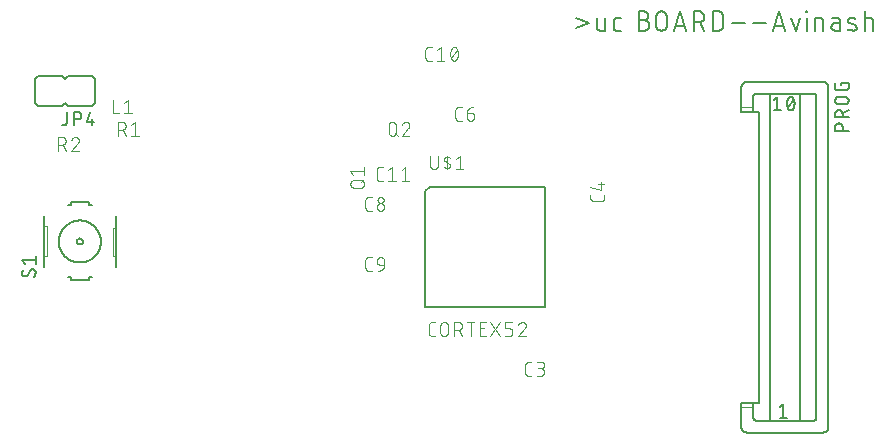
<source format=gbr>
G04 EAGLE Gerber RS-274X export*
G75*
%MOMM*%
%FSLAX34Y34*%
%LPD*%
%INSilkscreen Top*%
%IPPOS*%
%AMOC8*
5,1,8,0,0,1.08239X$1,22.5*%
G01*
%ADD10C,0.152400*%
%ADD11C,0.101600*%
%ADD12C,0.127000*%
%ADD13C,0.050800*%


D10*
X623062Y621199D02*
X633899Y616684D01*
X623062Y612168D01*
X641020Y613071D02*
X641020Y621199D01*
X641021Y613071D02*
X641023Y612970D01*
X641029Y612869D01*
X641038Y612768D01*
X641051Y612667D01*
X641068Y612567D01*
X641089Y612468D01*
X641113Y612370D01*
X641141Y612273D01*
X641173Y612176D01*
X641208Y612081D01*
X641247Y611988D01*
X641289Y611896D01*
X641335Y611805D01*
X641384Y611717D01*
X641436Y611630D01*
X641492Y611545D01*
X641550Y611462D01*
X641612Y611382D01*
X641677Y611304D01*
X641744Y611228D01*
X641814Y611155D01*
X641887Y611085D01*
X641963Y611018D01*
X642041Y610953D01*
X642121Y610891D01*
X642204Y610833D01*
X642289Y610777D01*
X642376Y610725D01*
X642464Y610676D01*
X642555Y610630D01*
X642647Y610588D01*
X642740Y610549D01*
X642835Y610514D01*
X642932Y610482D01*
X643029Y610454D01*
X643127Y610430D01*
X643226Y610409D01*
X643326Y610392D01*
X643427Y610379D01*
X643528Y610370D01*
X643629Y610364D01*
X643730Y610362D01*
X648245Y610362D01*
X648245Y621199D01*
X657815Y610362D02*
X661428Y610362D01*
X657815Y610362D02*
X657714Y610364D01*
X657613Y610370D01*
X657512Y610379D01*
X657411Y610392D01*
X657311Y610409D01*
X657212Y610430D01*
X657114Y610454D01*
X657017Y610482D01*
X656920Y610514D01*
X656825Y610549D01*
X656732Y610588D01*
X656640Y610630D01*
X656549Y610676D01*
X656461Y610725D01*
X656374Y610777D01*
X656289Y610833D01*
X656206Y610891D01*
X656126Y610953D01*
X656048Y611018D01*
X655972Y611085D01*
X655899Y611155D01*
X655829Y611228D01*
X655762Y611304D01*
X655697Y611382D01*
X655635Y611462D01*
X655577Y611545D01*
X655521Y611630D01*
X655469Y611717D01*
X655420Y611805D01*
X655374Y611896D01*
X655332Y611988D01*
X655293Y612081D01*
X655258Y612176D01*
X655226Y612273D01*
X655198Y612370D01*
X655174Y612468D01*
X655153Y612567D01*
X655136Y612667D01*
X655123Y612768D01*
X655114Y612869D01*
X655108Y612970D01*
X655106Y613071D01*
X655106Y618490D01*
X655108Y618591D01*
X655114Y618692D01*
X655123Y618793D01*
X655136Y618894D01*
X655153Y618994D01*
X655174Y619093D01*
X655198Y619191D01*
X655226Y619288D01*
X655258Y619385D01*
X655293Y619480D01*
X655332Y619573D01*
X655374Y619665D01*
X655420Y619756D01*
X655469Y619845D01*
X655521Y619931D01*
X655577Y620016D01*
X655635Y620099D01*
X655697Y620179D01*
X655762Y620257D01*
X655829Y620333D01*
X655899Y620406D01*
X655972Y620476D01*
X656048Y620543D01*
X656126Y620608D01*
X656206Y620670D01*
X656289Y620728D01*
X656374Y620784D01*
X656461Y620836D01*
X656549Y620885D01*
X656640Y620931D01*
X656732Y620973D01*
X656825Y621012D01*
X656920Y621047D01*
X657017Y621079D01*
X657114Y621107D01*
X657212Y621131D01*
X657311Y621152D01*
X657411Y621169D01*
X657512Y621182D01*
X657613Y621191D01*
X657714Y621197D01*
X657815Y621199D01*
X661428Y621199D01*
X676280Y619393D02*
X680796Y619393D01*
X680796Y619394D02*
X680929Y619392D01*
X681061Y619386D01*
X681193Y619376D01*
X681325Y619363D01*
X681457Y619345D01*
X681587Y619324D01*
X681718Y619299D01*
X681847Y619270D01*
X681975Y619237D01*
X682103Y619201D01*
X682229Y619161D01*
X682354Y619117D01*
X682478Y619069D01*
X682600Y619018D01*
X682721Y618963D01*
X682840Y618905D01*
X682958Y618843D01*
X683073Y618778D01*
X683187Y618709D01*
X683298Y618638D01*
X683407Y618562D01*
X683514Y618484D01*
X683619Y618403D01*
X683721Y618318D01*
X683821Y618231D01*
X683918Y618141D01*
X684013Y618048D01*
X684104Y617952D01*
X684193Y617854D01*
X684279Y617753D01*
X684362Y617649D01*
X684442Y617543D01*
X684518Y617435D01*
X684592Y617325D01*
X684662Y617212D01*
X684729Y617098D01*
X684792Y616981D01*
X684852Y616863D01*
X684909Y616743D01*
X684962Y616621D01*
X685011Y616498D01*
X685057Y616374D01*
X685099Y616248D01*
X685137Y616121D01*
X685172Y615993D01*
X685203Y615864D01*
X685230Y615735D01*
X685253Y615604D01*
X685273Y615473D01*
X685288Y615341D01*
X685300Y615209D01*
X685308Y615077D01*
X685312Y614944D01*
X685312Y614812D01*
X685308Y614679D01*
X685300Y614547D01*
X685288Y614415D01*
X685273Y614283D01*
X685253Y614152D01*
X685230Y614021D01*
X685203Y613892D01*
X685172Y613763D01*
X685137Y613635D01*
X685099Y613508D01*
X685057Y613382D01*
X685011Y613258D01*
X684962Y613135D01*
X684909Y613013D01*
X684852Y612893D01*
X684792Y612775D01*
X684729Y612658D01*
X684662Y612544D01*
X684592Y612431D01*
X684518Y612321D01*
X684442Y612213D01*
X684362Y612107D01*
X684279Y612003D01*
X684193Y611902D01*
X684104Y611804D01*
X684013Y611708D01*
X683918Y611615D01*
X683821Y611525D01*
X683721Y611438D01*
X683619Y611353D01*
X683514Y611272D01*
X683407Y611194D01*
X683298Y611118D01*
X683187Y611047D01*
X683073Y610978D01*
X682958Y610913D01*
X682840Y610851D01*
X682721Y610793D01*
X682600Y610738D01*
X682478Y610687D01*
X682354Y610639D01*
X682229Y610595D01*
X682103Y610555D01*
X681975Y610519D01*
X681847Y610486D01*
X681718Y610457D01*
X681587Y610432D01*
X681457Y610411D01*
X681325Y610393D01*
X681193Y610380D01*
X681061Y610370D01*
X680929Y610364D01*
X680796Y610362D01*
X676280Y610362D01*
X676280Y626618D01*
X680796Y626618D01*
X680915Y626616D01*
X681035Y626610D01*
X681154Y626600D01*
X681272Y626586D01*
X681391Y626569D01*
X681508Y626547D01*
X681625Y626522D01*
X681740Y626492D01*
X681855Y626459D01*
X681969Y626422D01*
X682081Y626382D01*
X682192Y626337D01*
X682301Y626289D01*
X682409Y626238D01*
X682515Y626183D01*
X682619Y626124D01*
X682721Y626062D01*
X682821Y625997D01*
X682919Y625928D01*
X683015Y625856D01*
X683108Y625781D01*
X683198Y625704D01*
X683286Y625623D01*
X683371Y625539D01*
X683453Y625452D01*
X683533Y625363D01*
X683609Y625271D01*
X683683Y625177D01*
X683753Y625080D01*
X683820Y624982D01*
X683884Y624881D01*
X683944Y624777D01*
X684001Y624672D01*
X684054Y624565D01*
X684104Y624457D01*
X684150Y624347D01*
X684192Y624235D01*
X684231Y624122D01*
X684266Y624008D01*
X684297Y623893D01*
X684325Y623776D01*
X684348Y623659D01*
X684368Y623542D01*
X684384Y623423D01*
X684396Y623304D01*
X684404Y623185D01*
X684408Y623066D01*
X684408Y622946D01*
X684404Y622827D01*
X684396Y622708D01*
X684384Y622589D01*
X684368Y622470D01*
X684348Y622353D01*
X684325Y622236D01*
X684297Y622119D01*
X684266Y622004D01*
X684231Y621890D01*
X684192Y621777D01*
X684150Y621665D01*
X684104Y621555D01*
X684054Y621447D01*
X684001Y621340D01*
X683944Y621235D01*
X683884Y621131D01*
X683820Y621030D01*
X683753Y620932D01*
X683683Y620835D01*
X683609Y620741D01*
X683533Y620649D01*
X683453Y620560D01*
X683371Y620473D01*
X683286Y620389D01*
X683198Y620308D01*
X683108Y620231D01*
X683015Y620156D01*
X682919Y620084D01*
X682821Y620015D01*
X682721Y619950D01*
X682619Y619888D01*
X682515Y619829D01*
X682409Y619774D01*
X682301Y619723D01*
X682192Y619675D01*
X682081Y619630D01*
X681969Y619590D01*
X681855Y619553D01*
X681740Y619520D01*
X681625Y619490D01*
X681508Y619465D01*
X681391Y619443D01*
X681272Y619426D01*
X681154Y619412D01*
X681035Y619402D01*
X680915Y619396D01*
X680796Y619394D01*
X691179Y622102D02*
X691179Y614878D01*
X691179Y622102D02*
X691181Y622235D01*
X691187Y622367D01*
X691197Y622499D01*
X691210Y622631D01*
X691228Y622763D01*
X691249Y622893D01*
X691274Y623024D01*
X691303Y623153D01*
X691336Y623281D01*
X691372Y623409D01*
X691412Y623535D01*
X691456Y623660D01*
X691504Y623784D01*
X691555Y623906D01*
X691610Y624027D01*
X691668Y624146D01*
X691730Y624264D01*
X691795Y624379D01*
X691864Y624493D01*
X691935Y624604D01*
X692011Y624713D01*
X692089Y624820D01*
X692170Y624925D01*
X692255Y625027D01*
X692342Y625127D01*
X692432Y625224D01*
X692525Y625319D01*
X692621Y625410D01*
X692719Y625499D01*
X692820Y625585D01*
X692924Y625668D01*
X693030Y625748D01*
X693138Y625824D01*
X693248Y625898D01*
X693361Y625968D01*
X693475Y626035D01*
X693592Y626098D01*
X693710Y626158D01*
X693830Y626215D01*
X693952Y626268D01*
X694075Y626317D01*
X694199Y626363D01*
X694325Y626405D01*
X694452Y626443D01*
X694580Y626478D01*
X694709Y626509D01*
X694838Y626536D01*
X694969Y626559D01*
X695100Y626579D01*
X695232Y626594D01*
X695364Y626606D01*
X695496Y626614D01*
X695629Y626618D01*
X695761Y626618D01*
X695894Y626614D01*
X696026Y626606D01*
X696158Y626594D01*
X696290Y626579D01*
X696421Y626559D01*
X696552Y626536D01*
X696681Y626509D01*
X696810Y626478D01*
X696938Y626443D01*
X697065Y626405D01*
X697191Y626363D01*
X697315Y626317D01*
X697438Y626268D01*
X697560Y626215D01*
X697680Y626158D01*
X697798Y626098D01*
X697915Y626035D01*
X698029Y625968D01*
X698142Y625898D01*
X698252Y625824D01*
X698360Y625748D01*
X698466Y625668D01*
X698570Y625585D01*
X698671Y625499D01*
X698769Y625410D01*
X698865Y625319D01*
X698958Y625224D01*
X699048Y625127D01*
X699135Y625027D01*
X699220Y624925D01*
X699301Y624820D01*
X699379Y624713D01*
X699455Y624604D01*
X699526Y624493D01*
X699595Y624379D01*
X699660Y624264D01*
X699722Y624146D01*
X699780Y624027D01*
X699835Y623906D01*
X699886Y623784D01*
X699934Y623660D01*
X699978Y623535D01*
X700018Y623409D01*
X700054Y623281D01*
X700087Y623153D01*
X700116Y623024D01*
X700141Y622893D01*
X700162Y622763D01*
X700180Y622631D01*
X700193Y622499D01*
X700203Y622367D01*
X700209Y622235D01*
X700211Y622102D01*
X700210Y622102D02*
X700210Y614878D01*
X700211Y614878D02*
X700209Y614745D01*
X700203Y614613D01*
X700193Y614481D01*
X700180Y614349D01*
X700162Y614217D01*
X700141Y614087D01*
X700116Y613956D01*
X700087Y613827D01*
X700054Y613699D01*
X700018Y613571D01*
X699978Y613445D01*
X699934Y613320D01*
X699886Y613196D01*
X699835Y613074D01*
X699780Y612953D01*
X699722Y612834D01*
X699660Y612716D01*
X699595Y612601D01*
X699526Y612487D01*
X699455Y612376D01*
X699379Y612267D01*
X699301Y612160D01*
X699220Y612055D01*
X699135Y611953D01*
X699048Y611853D01*
X698958Y611756D01*
X698865Y611661D01*
X698769Y611570D01*
X698671Y611481D01*
X698570Y611395D01*
X698466Y611312D01*
X698360Y611232D01*
X698252Y611156D01*
X698142Y611082D01*
X698029Y611012D01*
X697915Y610945D01*
X697798Y610882D01*
X697680Y610822D01*
X697560Y610765D01*
X697438Y610712D01*
X697315Y610663D01*
X697191Y610617D01*
X697065Y610575D01*
X696938Y610537D01*
X696810Y610502D01*
X696681Y610471D01*
X696552Y610444D01*
X696421Y610421D01*
X696290Y610401D01*
X696158Y610386D01*
X696026Y610374D01*
X695894Y610366D01*
X695761Y610362D01*
X695629Y610362D01*
X695496Y610366D01*
X695364Y610374D01*
X695232Y610386D01*
X695100Y610401D01*
X694969Y610421D01*
X694838Y610444D01*
X694709Y610471D01*
X694580Y610502D01*
X694452Y610537D01*
X694325Y610575D01*
X694199Y610617D01*
X694075Y610663D01*
X693952Y610712D01*
X693830Y610765D01*
X693710Y610822D01*
X693592Y610882D01*
X693475Y610945D01*
X693361Y611012D01*
X693248Y611082D01*
X693138Y611156D01*
X693030Y611232D01*
X692924Y611312D01*
X692820Y611395D01*
X692719Y611481D01*
X692621Y611570D01*
X692525Y611661D01*
X692432Y611756D01*
X692342Y611853D01*
X692255Y611953D01*
X692170Y612055D01*
X692089Y612160D01*
X692011Y612267D01*
X691935Y612376D01*
X691864Y612487D01*
X691795Y612601D01*
X691730Y612716D01*
X691668Y612834D01*
X691610Y612953D01*
X691555Y613074D01*
X691504Y613196D01*
X691456Y613320D01*
X691412Y613445D01*
X691372Y613571D01*
X691336Y613699D01*
X691303Y613827D01*
X691274Y613956D01*
X691249Y614087D01*
X691228Y614217D01*
X691210Y614349D01*
X691197Y614481D01*
X691187Y614613D01*
X691181Y614745D01*
X691179Y614878D01*
X705908Y610362D02*
X711326Y626618D01*
X716745Y610362D01*
X715390Y614426D02*
X707262Y614426D01*
X723054Y610362D02*
X723054Y626618D01*
X727570Y626618D01*
X727703Y626616D01*
X727835Y626610D01*
X727967Y626600D01*
X728099Y626587D01*
X728231Y626569D01*
X728361Y626548D01*
X728492Y626523D01*
X728621Y626494D01*
X728749Y626461D01*
X728877Y626425D01*
X729003Y626385D01*
X729128Y626341D01*
X729252Y626293D01*
X729374Y626242D01*
X729495Y626187D01*
X729614Y626129D01*
X729732Y626067D01*
X729847Y626002D01*
X729961Y625933D01*
X730072Y625862D01*
X730181Y625786D01*
X730288Y625708D01*
X730393Y625627D01*
X730495Y625542D01*
X730595Y625455D01*
X730692Y625365D01*
X730787Y625272D01*
X730878Y625176D01*
X730967Y625078D01*
X731053Y624977D01*
X731136Y624873D01*
X731216Y624767D01*
X731292Y624659D01*
X731366Y624549D01*
X731436Y624436D01*
X731503Y624322D01*
X731566Y624205D01*
X731626Y624087D01*
X731683Y623967D01*
X731736Y623845D01*
X731785Y623722D01*
X731831Y623598D01*
X731873Y623472D01*
X731911Y623345D01*
X731946Y623217D01*
X731977Y623088D01*
X732004Y622959D01*
X732027Y622828D01*
X732047Y622697D01*
X732062Y622565D01*
X732074Y622433D01*
X732082Y622301D01*
X732086Y622168D01*
X732086Y622036D01*
X732082Y621903D01*
X732074Y621771D01*
X732062Y621639D01*
X732047Y621507D01*
X732027Y621376D01*
X732004Y621245D01*
X731977Y621116D01*
X731946Y620987D01*
X731911Y620859D01*
X731873Y620732D01*
X731831Y620606D01*
X731785Y620482D01*
X731736Y620359D01*
X731683Y620237D01*
X731626Y620117D01*
X731566Y619999D01*
X731503Y619882D01*
X731436Y619768D01*
X731366Y619655D01*
X731292Y619545D01*
X731216Y619437D01*
X731136Y619331D01*
X731053Y619227D01*
X730967Y619126D01*
X730878Y619028D01*
X730787Y618932D01*
X730692Y618839D01*
X730595Y618749D01*
X730495Y618662D01*
X730393Y618577D01*
X730288Y618496D01*
X730181Y618418D01*
X730072Y618342D01*
X729961Y618271D01*
X729847Y618202D01*
X729732Y618137D01*
X729614Y618075D01*
X729495Y618017D01*
X729374Y617962D01*
X729252Y617911D01*
X729128Y617863D01*
X729003Y617819D01*
X728877Y617779D01*
X728749Y617743D01*
X728621Y617710D01*
X728492Y617681D01*
X728361Y617656D01*
X728231Y617635D01*
X728099Y617617D01*
X727967Y617604D01*
X727835Y617594D01*
X727703Y617588D01*
X727570Y617586D01*
X727570Y617587D02*
X723054Y617587D01*
X728473Y617587D02*
X732086Y610362D01*
X739115Y610362D02*
X739115Y626618D01*
X743631Y626618D01*
X743762Y626616D01*
X743894Y626610D01*
X744025Y626601D01*
X744155Y626587D01*
X744286Y626570D01*
X744415Y626549D01*
X744544Y626525D01*
X744672Y626496D01*
X744800Y626464D01*
X744926Y626428D01*
X745051Y626389D01*
X745176Y626346D01*
X745298Y626299D01*
X745420Y626249D01*
X745540Y626195D01*
X745658Y626138D01*
X745774Y626077D01*
X745889Y626013D01*
X746002Y625946D01*
X746113Y625875D01*
X746221Y625801D01*
X746328Y625724D01*
X746432Y625644D01*
X746534Y625561D01*
X746633Y625476D01*
X746730Y625387D01*
X746824Y625295D01*
X746916Y625201D01*
X747005Y625104D01*
X747090Y625005D01*
X747173Y624903D01*
X747253Y624799D01*
X747330Y624692D01*
X747404Y624584D01*
X747475Y624473D01*
X747542Y624360D01*
X747606Y624245D01*
X747667Y624129D01*
X747724Y624011D01*
X747778Y623891D01*
X747828Y623769D01*
X747875Y623647D01*
X747918Y623522D01*
X747957Y623397D01*
X747993Y623271D01*
X748025Y623143D01*
X748054Y623015D01*
X748078Y622886D01*
X748099Y622757D01*
X748116Y622626D01*
X748130Y622496D01*
X748139Y622365D01*
X748145Y622233D01*
X748147Y622102D01*
X748146Y622102D02*
X748146Y614878D01*
X748147Y614878D02*
X748145Y614747D01*
X748139Y614615D01*
X748130Y614484D01*
X748116Y614354D01*
X748099Y614223D01*
X748078Y614094D01*
X748054Y613965D01*
X748025Y613837D01*
X747993Y613709D01*
X747957Y613583D01*
X747918Y613458D01*
X747875Y613333D01*
X747828Y613211D01*
X747778Y613089D01*
X747724Y612969D01*
X747667Y612851D01*
X747606Y612735D01*
X747542Y612620D01*
X747475Y612507D01*
X747404Y612396D01*
X747330Y612288D01*
X747253Y612181D01*
X747173Y612077D01*
X747090Y611975D01*
X747005Y611876D01*
X746916Y611779D01*
X746824Y611685D01*
X746730Y611593D01*
X746633Y611504D01*
X746534Y611419D01*
X746432Y611336D01*
X746328Y611256D01*
X746221Y611179D01*
X746113Y611105D01*
X746002Y611034D01*
X745889Y610967D01*
X745774Y610903D01*
X745658Y610842D01*
X745540Y610785D01*
X745420Y610731D01*
X745298Y610681D01*
X745176Y610634D01*
X745051Y610591D01*
X744926Y610552D01*
X744800Y610516D01*
X744672Y610484D01*
X744544Y610455D01*
X744415Y610431D01*
X744285Y610410D01*
X744155Y610393D01*
X744025Y610379D01*
X743894Y610370D01*
X743762Y610364D01*
X743631Y610362D01*
X739115Y610362D01*
X755406Y616684D02*
X766244Y616684D01*
X773122Y616684D02*
X783959Y616684D01*
X789795Y610362D02*
X795214Y626618D01*
X800632Y610362D01*
X799278Y614426D02*
X791150Y614426D01*
X805669Y621199D02*
X809282Y610362D01*
X812894Y621199D01*
X818661Y621199D02*
X818661Y610362D01*
X818209Y625715D02*
X818209Y626618D01*
X819112Y626618D01*
X819112Y625715D01*
X818209Y625715D01*
X825469Y621199D02*
X825469Y610362D01*
X825469Y621199D02*
X829984Y621199D01*
X830088Y621197D01*
X830191Y621191D01*
X830295Y621181D01*
X830398Y621167D01*
X830500Y621149D01*
X830601Y621128D01*
X830702Y621102D01*
X830801Y621073D01*
X830900Y621040D01*
X830997Y621003D01*
X831092Y620962D01*
X831186Y620918D01*
X831278Y620870D01*
X831368Y620819D01*
X831457Y620764D01*
X831543Y620706D01*
X831626Y620644D01*
X831708Y620580D01*
X831786Y620512D01*
X831862Y620442D01*
X831936Y620369D01*
X832006Y620292D01*
X832074Y620214D01*
X832138Y620132D01*
X832200Y620049D01*
X832258Y619963D01*
X832313Y619874D01*
X832364Y619784D01*
X832412Y619692D01*
X832456Y619598D01*
X832497Y619503D01*
X832534Y619406D01*
X832567Y619307D01*
X832596Y619208D01*
X832622Y619107D01*
X832643Y619006D01*
X832661Y618904D01*
X832675Y618801D01*
X832685Y618697D01*
X832691Y618594D01*
X832693Y618490D01*
X832694Y618490D02*
X832694Y610362D01*
X842625Y616684D02*
X846689Y616684D01*
X842625Y616684D02*
X842513Y616682D01*
X842402Y616676D01*
X842291Y616666D01*
X842180Y616653D01*
X842070Y616635D01*
X841961Y616613D01*
X841852Y616588D01*
X841744Y616559D01*
X841638Y616526D01*
X841532Y616489D01*
X841428Y616449D01*
X841326Y616405D01*
X841225Y616357D01*
X841126Y616306D01*
X841028Y616251D01*
X840933Y616193D01*
X840840Y616132D01*
X840749Y616067D01*
X840660Y615999D01*
X840574Y615928D01*
X840491Y615855D01*
X840410Y615778D01*
X840331Y615698D01*
X840256Y615616D01*
X840184Y615531D01*
X840114Y615444D01*
X840048Y615354D01*
X839985Y615262D01*
X839925Y615167D01*
X839869Y615071D01*
X839816Y614973D01*
X839767Y614873D01*
X839721Y614771D01*
X839679Y614668D01*
X839640Y614563D01*
X839605Y614457D01*
X839574Y614350D01*
X839547Y614242D01*
X839523Y614133D01*
X839504Y614023D01*
X839488Y613913D01*
X839476Y613802D01*
X839468Y613690D01*
X839464Y613579D01*
X839464Y613467D01*
X839468Y613356D01*
X839476Y613244D01*
X839488Y613133D01*
X839504Y613023D01*
X839523Y612913D01*
X839547Y612804D01*
X839574Y612696D01*
X839605Y612589D01*
X839640Y612483D01*
X839679Y612378D01*
X839721Y612275D01*
X839767Y612173D01*
X839816Y612073D01*
X839869Y611975D01*
X839925Y611879D01*
X839985Y611784D01*
X840048Y611692D01*
X840114Y611602D01*
X840184Y611515D01*
X840256Y611430D01*
X840331Y611348D01*
X840410Y611268D01*
X840491Y611191D01*
X840574Y611118D01*
X840660Y611047D01*
X840749Y610979D01*
X840840Y610914D01*
X840933Y610853D01*
X841028Y610795D01*
X841126Y610740D01*
X841225Y610689D01*
X841326Y610641D01*
X841428Y610597D01*
X841532Y610557D01*
X841638Y610520D01*
X841744Y610487D01*
X841852Y610458D01*
X841961Y610433D01*
X842070Y610411D01*
X842180Y610393D01*
X842291Y610380D01*
X842402Y610370D01*
X842513Y610364D01*
X842625Y610362D01*
X846689Y610362D01*
X846689Y618490D01*
X846688Y618490D02*
X846686Y618591D01*
X846680Y618692D01*
X846671Y618793D01*
X846658Y618894D01*
X846641Y618994D01*
X846620Y619093D01*
X846596Y619191D01*
X846568Y619288D01*
X846536Y619385D01*
X846501Y619480D01*
X846462Y619573D01*
X846420Y619665D01*
X846374Y619756D01*
X846325Y619845D01*
X846273Y619931D01*
X846217Y620016D01*
X846159Y620099D01*
X846097Y620179D01*
X846032Y620257D01*
X845965Y620333D01*
X845895Y620406D01*
X845822Y620476D01*
X845746Y620543D01*
X845668Y620608D01*
X845588Y620670D01*
X845505Y620728D01*
X845420Y620784D01*
X845334Y620836D01*
X845245Y620885D01*
X845154Y620931D01*
X845062Y620973D01*
X844969Y621012D01*
X844874Y621047D01*
X844777Y621079D01*
X844680Y621107D01*
X844582Y621131D01*
X844483Y621152D01*
X844383Y621169D01*
X844282Y621182D01*
X844181Y621191D01*
X844080Y621197D01*
X843979Y621199D01*
X840367Y621199D01*
X854960Y616684D02*
X859475Y614878D01*
X854959Y616684D02*
X854871Y616721D01*
X854785Y616762D01*
X854700Y616806D01*
X854617Y616854D01*
X854537Y616905D01*
X854458Y616959D01*
X854382Y617017D01*
X854308Y617077D01*
X854236Y617141D01*
X854168Y617207D01*
X854102Y617277D01*
X854039Y617348D01*
X853978Y617423D01*
X853921Y617499D01*
X853868Y617578D01*
X853817Y617659D01*
X853770Y617742D01*
X853726Y617827D01*
X853686Y617914D01*
X853649Y618002D01*
X853616Y618092D01*
X853586Y618183D01*
X853561Y618275D01*
X853539Y618368D01*
X853521Y618462D01*
X853506Y618556D01*
X853496Y618651D01*
X853490Y618747D01*
X853487Y618842D01*
X853488Y618938D01*
X853494Y619033D01*
X853503Y619129D01*
X853516Y619223D01*
X853532Y619317D01*
X853553Y619411D01*
X853578Y619503D01*
X853606Y619594D01*
X853638Y619684D01*
X853673Y619773D01*
X853712Y619860D01*
X853755Y619946D01*
X853801Y620030D01*
X853851Y620111D01*
X853903Y620191D01*
X853959Y620269D01*
X854019Y620344D01*
X854081Y620416D01*
X854146Y620486D01*
X854214Y620554D01*
X854284Y620618D01*
X854357Y620680D01*
X854433Y620738D01*
X854511Y620794D01*
X854591Y620846D01*
X854673Y620895D01*
X854757Y620940D01*
X854843Y620982D01*
X854930Y621021D01*
X855019Y621056D01*
X855110Y621087D01*
X855201Y621114D01*
X855294Y621138D01*
X855387Y621158D01*
X855481Y621174D01*
X855576Y621186D01*
X855671Y621195D01*
X855767Y621199D01*
X855862Y621200D01*
X856109Y621193D01*
X856355Y621181D01*
X856601Y621163D01*
X856847Y621138D01*
X857091Y621108D01*
X857335Y621072D01*
X857578Y621031D01*
X857820Y620983D01*
X858061Y620929D01*
X858300Y620870D01*
X858538Y620805D01*
X858774Y620734D01*
X859009Y620658D01*
X859242Y620576D01*
X859472Y620488D01*
X859700Y620395D01*
X859927Y620297D01*
X859476Y614877D02*
X859564Y614840D01*
X859650Y614799D01*
X859735Y614755D01*
X859818Y614707D01*
X859898Y614656D01*
X859977Y614602D01*
X860053Y614544D01*
X860127Y614484D01*
X860199Y614420D01*
X860267Y614354D01*
X860333Y614284D01*
X860396Y614213D01*
X860457Y614138D01*
X860514Y614062D01*
X860567Y613983D01*
X860618Y613902D01*
X860665Y613819D01*
X860709Y613734D01*
X860749Y613647D01*
X860786Y613559D01*
X860819Y613469D01*
X860849Y613378D01*
X860874Y613286D01*
X860896Y613193D01*
X860914Y613099D01*
X860929Y613005D01*
X860939Y612910D01*
X860945Y612814D01*
X860948Y612719D01*
X860947Y612623D01*
X860941Y612528D01*
X860932Y612432D01*
X860919Y612338D01*
X860903Y612244D01*
X860882Y612150D01*
X860857Y612058D01*
X860829Y611967D01*
X860797Y611877D01*
X860762Y611788D01*
X860723Y611701D01*
X860680Y611615D01*
X860634Y611531D01*
X860584Y611450D01*
X860532Y611370D01*
X860476Y611292D01*
X860416Y611217D01*
X860354Y611145D01*
X860289Y611075D01*
X860221Y611007D01*
X860151Y610943D01*
X860078Y610881D01*
X860002Y610823D01*
X859924Y610767D01*
X859844Y610715D01*
X859762Y610666D01*
X859678Y610621D01*
X859592Y610579D01*
X859505Y610540D01*
X859416Y610505D01*
X859325Y610474D01*
X859234Y610447D01*
X859141Y610423D01*
X859048Y610403D01*
X858954Y610387D01*
X858859Y610375D01*
X858764Y610366D01*
X858668Y610362D01*
X858573Y610361D01*
X858572Y610362D02*
X858210Y610371D01*
X857848Y610389D01*
X857487Y610416D01*
X857127Y610451D01*
X856767Y610494D01*
X856408Y610546D01*
X856051Y610607D01*
X855696Y610676D01*
X855342Y610753D01*
X854990Y610839D01*
X854640Y610933D01*
X854292Y611036D01*
X853947Y611146D01*
X853605Y611265D01*
X867673Y610362D02*
X867673Y626618D01*
X867673Y621199D02*
X872189Y621199D01*
X872293Y621197D01*
X872396Y621191D01*
X872500Y621181D01*
X872603Y621167D01*
X872705Y621149D01*
X872806Y621128D01*
X872907Y621102D01*
X873006Y621073D01*
X873105Y621040D01*
X873202Y621003D01*
X873297Y620962D01*
X873391Y620918D01*
X873483Y620870D01*
X873573Y620819D01*
X873662Y620764D01*
X873748Y620706D01*
X873831Y620644D01*
X873913Y620580D01*
X873991Y620512D01*
X874067Y620442D01*
X874141Y620369D01*
X874211Y620292D01*
X874279Y620214D01*
X874343Y620132D01*
X874405Y620049D01*
X874463Y619963D01*
X874518Y619874D01*
X874569Y619784D01*
X874617Y619692D01*
X874661Y619598D01*
X874702Y619503D01*
X874739Y619406D01*
X874772Y619307D01*
X874801Y619208D01*
X874827Y619107D01*
X874848Y619006D01*
X874866Y618904D01*
X874880Y618801D01*
X874890Y618697D01*
X874896Y618594D01*
X874898Y618490D01*
X874898Y610362D01*
D11*
X501001Y584708D02*
X498404Y584708D01*
X498305Y584710D01*
X498205Y584716D01*
X498106Y584725D01*
X498008Y584738D01*
X497910Y584755D01*
X497812Y584776D01*
X497716Y584801D01*
X497621Y584829D01*
X497527Y584861D01*
X497434Y584896D01*
X497342Y584935D01*
X497252Y584978D01*
X497164Y585023D01*
X497077Y585073D01*
X496993Y585125D01*
X496910Y585181D01*
X496830Y585239D01*
X496752Y585301D01*
X496677Y585366D01*
X496604Y585434D01*
X496534Y585504D01*
X496466Y585577D01*
X496401Y585652D01*
X496339Y585730D01*
X496281Y585810D01*
X496225Y585893D01*
X496173Y585977D01*
X496123Y586064D01*
X496078Y586152D01*
X496035Y586242D01*
X495996Y586334D01*
X495961Y586427D01*
X495929Y586521D01*
X495901Y586616D01*
X495876Y586712D01*
X495855Y586810D01*
X495838Y586908D01*
X495825Y587006D01*
X495816Y587105D01*
X495810Y587205D01*
X495808Y587304D01*
X495808Y593796D01*
X495810Y593895D01*
X495816Y593995D01*
X495825Y594094D01*
X495838Y594192D01*
X495855Y594290D01*
X495876Y594388D01*
X495901Y594484D01*
X495929Y594579D01*
X495961Y594673D01*
X495996Y594766D01*
X496035Y594858D01*
X496078Y594948D01*
X496123Y595036D01*
X496173Y595123D01*
X496225Y595207D01*
X496281Y595290D01*
X496339Y595370D01*
X496401Y595448D01*
X496466Y595523D01*
X496534Y595596D01*
X496604Y595666D01*
X496677Y595734D01*
X496752Y595799D01*
X496830Y595861D01*
X496910Y595919D01*
X496993Y595975D01*
X497077Y596027D01*
X497164Y596077D01*
X497252Y596122D01*
X497342Y596165D01*
X497434Y596204D01*
X497526Y596239D01*
X497621Y596271D01*
X497716Y596299D01*
X497812Y596324D01*
X497910Y596345D01*
X498008Y596362D01*
X498106Y596375D01*
X498205Y596384D01*
X498305Y596390D01*
X498404Y596392D01*
X501001Y596392D01*
X505366Y593796D02*
X508612Y596392D01*
X508612Y584708D01*
X511857Y584708D02*
X505366Y584708D01*
X516797Y590550D02*
X516800Y590780D01*
X516808Y591010D01*
X516822Y591239D01*
X516841Y591468D01*
X516866Y591697D01*
X516896Y591924D01*
X516931Y592152D01*
X516972Y592378D01*
X517018Y592603D01*
X517070Y592827D01*
X517127Y593049D01*
X517189Y593271D01*
X517257Y593490D01*
X517330Y593708D01*
X517408Y593925D01*
X517491Y594139D01*
X517579Y594351D01*
X517672Y594561D01*
X517771Y594769D01*
X517770Y594769D02*
X517803Y594859D01*
X517839Y594948D01*
X517879Y595036D01*
X517923Y595121D01*
X517970Y595205D01*
X518020Y595287D01*
X518074Y595367D01*
X518130Y595444D01*
X518190Y595520D01*
X518253Y595593D01*
X518318Y595663D01*
X518387Y595731D01*
X518458Y595795D01*
X518531Y595857D01*
X518607Y595916D01*
X518685Y595972D01*
X518766Y596025D01*
X518848Y596074D01*
X518932Y596120D01*
X519019Y596163D01*
X519106Y596202D01*
X519196Y596238D01*
X519286Y596270D01*
X519378Y596298D01*
X519471Y596323D01*
X519565Y596344D01*
X519659Y596361D01*
X519754Y596375D01*
X519850Y596384D01*
X519946Y596390D01*
X520042Y596392D01*
X520138Y596390D01*
X520234Y596384D01*
X520330Y596375D01*
X520425Y596361D01*
X520519Y596344D01*
X520613Y596323D01*
X520706Y596298D01*
X520798Y596270D01*
X520888Y596238D01*
X520978Y596202D01*
X521065Y596163D01*
X521152Y596120D01*
X521236Y596074D01*
X521318Y596025D01*
X521399Y595972D01*
X521477Y595916D01*
X521553Y595857D01*
X521626Y595795D01*
X521697Y595731D01*
X521766Y595663D01*
X521831Y595593D01*
X521894Y595520D01*
X521954Y595444D01*
X522010Y595367D01*
X522064Y595287D01*
X522114Y595205D01*
X522161Y595121D01*
X522205Y595036D01*
X522245Y594948D01*
X522281Y594859D01*
X522314Y594769D01*
X522413Y594562D01*
X522506Y594352D01*
X522594Y594139D01*
X522677Y593925D01*
X522755Y593709D01*
X522828Y593491D01*
X522896Y593271D01*
X522958Y593050D01*
X523015Y592827D01*
X523067Y592603D01*
X523113Y592378D01*
X523154Y592152D01*
X523189Y591925D01*
X523219Y591697D01*
X523244Y591468D01*
X523263Y591239D01*
X523277Y591010D01*
X523285Y590780D01*
X523288Y590550D01*
X516796Y590550D02*
X516799Y590320D01*
X516807Y590090D01*
X516821Y589861D01*
X516840Y589632D01*
X516865Y589403D01*
X516895Y589175D01*
X516930Y588948D01*
X516971Y588722D01*
X517017Y588497D01*
X517069Y588273D01*
X517126Y588050D01*
X517188Y587829D01*
X517256Y587609D01*
X517329Y587391D01*
X517407Y587175D01*
X517490Y586961D01*
X517578Y586749D01*
X517671Y586538D01*
X517770Y586331D01*
X517803Y586241D01*
X517839Y586152D01*
X517880Y586064D01*
X517923Y585979D01*
X517970Y585895D01*
X518020Y585813D01*
X518074Y585733D01*
X518130Y585656D01*
X518190Y585580D01*
X518253Y585507D01*
X518318Y585437D01*
X518387Y585369D01*
X518458Y585305D01*
X518531Y585243D01*
X518607Y585184D01*
X518685Y585128D01*
X518766Y585075D01*
X518848Y585026D01*
X518932Y584980D01*
X519019Y584937D01*
X519106Y584898D01*
X519196Y584862D01*
X519286Y584830D01*
X519378Y584802D01*
X519471Y584777D01*
X519565Y584756D01*
X519659Y584739D01*
X519754Y584725D01*
X519850Y584716D01*
X519946Y584710D01*
X520042Y584708D01*
X522314Y586331D02*
X522413Y586538D01*
X522506Y586749D01*
X522594Y586961D01*
X522677Y587175D01*
X522755Y587391D01*
X522828Y587609D01*
X522896Y587829D01*
X522958Y588050D01*
X523015Y588273D01*
X523067Y588497D01*
X523113Y588722D01*
X523154Y588948D01*
X523189Y589175D01*
X523219Y589403D01*
X523244Y589632D01*
X523263Y589861D01*
X523277Y590090D01*
X523285Y590320D01*
X523288Y590550D01*
X522314Y586331D02*
X522281Y586241D01*
X522245Y586152D01*
X522205Y586064D01*
X522161Y585979D01*
X522114Y585895D01*
X522064Y585813D01*
X522010Y585733D01*
X521954Y585656D01*
X521894Y585580D01*
X521831Y585507D01*
X521766Y585437D01*
X521697Y585369D01*
X521626Y585305D01*
X521553Y585243D01*
X521477Y585184D01*
X521399Y585128D01*
X521318Y585075D01*
X521236Y585026D01*
X521152Y584980D01*
X521065Y584937D01*
X520978Y584898D01*
X520888Y584862D01*
X520798Y584830D01*
X520706Y584802D01*
X520613Y584777D01*
X520519Y584756D01*
X520425Y584739D01*
X520330Y584725D01*
X520234Y584716D01*
X520138Y584710D01*
X520042Y584708D01*
X517445Y587304D02*
X522638Y593796D01*
X459806Y483108D02*
X457209Y483108D01*
X457110Y483110D01*
X457010Y483116D01*
X456911Y483125D01*
X456813Y483138D01*
X456715Y483155D01*
X456617Y483176D01*
X456521Y483201D01*
X456426Y483229D01*
X456332Y483261D01*
X456239Y483296D01*
X456147Y483335D01*
X456057Y483378D01*
X455969Y483423D01*
X455882Y483473D01*
X455798Y483525D01*
X455715Y483581D01*
X455635Y483639D01*
X455557Y483701D01*
X455482Y483766D01*
X455409Y483834D01*
X455339Y483904D01*
X455271Y483977D01*
X455206Y484052D01*
X455144Y484130D01*
X455086Y484210D01*
X455030Y484293D01*
X454978Y484377D01*
X454928Y484464D01*
X454883Y484552D01*
X454840Y484642D01*
X454801Y484734D01*
X454766Y484827D01*
X454734Y484921D01*
X454706Y485016D01*
X454681Y485112D01*
X454660Y485210D01*
X454643Y485308D01*
X454630Y485406D01*
X454621Y485505D01*
X454615Y485605D01*
X454613Y485704D01*
X454613Y492196D01*
X454615Y492295D01*
X454621Y492395D01*
X454630Y492494D01*
X454643Y492592D01*
X454660Y492690D01*
X454681Y492788D01*
X454706Y492884D01*
X454734Y492979D01*
X454766Y493073D01*
X454801Y493166D01*
X454840Y493258D01*
X454883Y493348D01*
X454928Y493436D01*
X454978Y493523D01*
X455030Y493607D01*
X455086Y493690D01*
X455144Y493770D01*
X455206Y493848D01*
X455271Y493923D01*
X455339Y493996D01*
X455409Y494066D01*
X455482Y494134D01*
X455557Y494199D01*
X455635Y494261D01*
X455715Y494319D01*
X455798Y494375D01*
X455882Y494427D01*
X455969Y494477D01*
X456057Y494522D01*
X456147Y494565D01*
X456239Y494604D01*
X456331Y494639D01*
X456426Y494671D01*
X456521Y494699D01*
X456617Y494724D01*
X456715Y494745D01*
X456813Y494762D01*
X456911Y494775D01*
X457010Y494784D01*
X457110Y494790D01*
X457209Y494792D01*
X459806Y494792D01*
X464171Y492196D02*
X467416Y494792D01*
X467416Y483108D01*
X464171Y483108D02*
X470662Y483108D01*
X475601Y492196D02*
X478846Y494792D01*
X478846Y483108D01*
X475601Y483108D02*
X482092Y483108D01*
X582939Y318008D02*
X585536Y318008D01*
X582939Y318008D02*
X582840Y318010D01*
X582740Y318016D01*
X582641Y318025D01*
X582543Y318038D01*
X582445Y318055D01*
X582347Y318076D01*
X582251Y318101D01*
X582156Y318129D01*
X582062Y318161D01*
X581969Y318196D01*
X581877Y318235D01*
X581787Y318278D01*
X581699Y318323D01*
X581612Y318373D01*
X581528Y318425D01*
X581445Y318481D01*
X581365Y318539D01*
X581287Y318601D01*
X581212Y318666D01*
X581139Y318734D01*
X581069Y318804D01*
X581001Y318877D01*
X580936Y318952D01*
X580874Y319030D01*
X580816Y319110D01*
X580760Y319193D01*
X580708Y319277D01*
X580658Y319364D01*
X580613Y319452D01*
X580570Y319542D01*
X580531Y319634D01*
X580496Y319727D01*
X580464Y319821D01*
X580436Y319916D01*
X580411Y320012D01*
X580390Y320110D01*
X580373Y320208D01*
X580360Y320306D01*
X580351Y320405D01*
X580345Y320505D01*
X580343Y320604D01*
X580343Y327096D01*
X580345Y327195D01*
X580351Y327295D01*
X580360Y327394D01*
X580373Y327492D01*
X580390Y327590D01*
X580411Y327688D01*
X580436Y327784D01*
X580464Y327879D01*
X580496Y327973D01*
X580531Y328066D01*
X580570Y328158D01*
X580613Y328248D01*
X580658Y328336D01*
X580708Y328423D01*
X580760Y328507D01*
X580816Y328590D01*
X580874Y328670D01*
X580936Y328748D01*
X581001Y328823D01*
X581069Y328896D01*
X581139Y328966D01*
X581212Y329034D01*
X581287Y329099D01*
X581365Y329161D01*
X581445Y329219D01*
X581528Y329275D01*
X581612Y329327D01*
X581699Y329377D01*
X581787Y329422D01*
X581877Y329465D01*
X581969Y329504D01*
X582061Y329539D01*
X582156Y329571D01*
X582251Y329599D01*
X582347Y329624D01*
X582445Y329645D01*
X582543Y329662D01*
X582641Y329675D01*
X582740Y329684D01*
X582840Y329690D01*
X582939Y329692D01*
X585536Y329692D01*
X589901Y318008D02*
X593146Y318008D01*
X593259Y318010D01*
X593372Y318016D01*
X593485Y318026D01*
X593598Y318040D01*
X593710Y318057D01*
X593821Y318079D01*
X593931Y318104D01*
X594041Y318134D01*
X594149Y318167D01*
X594256Y318204D01*
X594362Y318244D01*
X594466Y318289D01*
X594569Y318337D01*
X594670Y318388D01*
X594769Y318443D01*
X594866Y318501D01*
X594961Y318563D01*
X595054Y318628D01*
X595144Y318696D01*
X595232Y318767D01*
X595318Y318842D01*
X595401Y318919D01*
X595481Y318999D01*
X595558Y319082D01*
X595633Y319168D01*
X595704Y319256D01*
X595772Y319346D01*
X595837Y319439D01*
X595899Y319534D01*
X595957Y319631D01*
X596012Y319730D01*
X596063Y319831D01*
X596111Y319934D01*
X596156Y320038D01*
X596196Y320144D01*
X596233Y320251D01*
X596266Y320359D01*
X596296Y320469D01*
X596321Y320579D01*
X596343Y320690D01*
X596360Y320802D01*
X596374Y320915D01*
X596384Y321028D01*
X596390Y321141D01*
X596392Y321254D01*
X596390Y321367D01*
X596384Y321480D01*
X596374Y321593D01*
X596360Y321706D01*
X596343Y321818D01*
X596321Y321929D01*
X596296Y322039D01*
X596266Y322149D01*
X596233Y322257D01*
X596196Y322364D01*
X596156Y322470D01*
X596111Y322574D01*
X596063Y322677D01*
X596012Y322778D01*
X595957Y322877D01*
X595899Y322974D01*
X595837Y323069D01*
X595772Y323162D01*
X595704Y323252D01*
X595633Y323340D01*
X595558Y323426D01*
X595481Y323509D01*
X595401Y323589D01*
X595318Y323666D01*
X595232Y323741D01*
X595144Y323812D01*
X595054Y323880D01*
X594961Y323945D01*
X594866Y324007D01*
X594769Y324065D01*
X594670Y324120D01*
X594569Y324171D01*
X594466Y324219D01*
X594362Y324264D01*
X594256Y324304D01*
X594149Y324341D01*
X594041Y324374D01*
X593931Y324404D01*
X593821Y324429D01*
X593710Y324451D01*
X593598Y324468D01*
X593485Y324482D01*
X593372Y324492D01*
X593259Y324498D01*
X593146Y324500D01*
X593796Y329692D02*
X589901Y329692D01*
X593796Y329692D02*
X593897Y329690D01*
X593997Y329684D01*
X594097Y329674D01*
X594197Y329661D01*
X594296Y329643D01*
X594395Y329622D01*
X594492Y329597D01*
X594589Y329568D01*
X594684Y329535D01*
X594778Y329499D01*
X594870Y329459D01*
X594961Y329416D01*
X595050Y329369D01*
X595137Y329319D01*
X595223Y329265D01*
X595306Y329208D01*
X595386Y329148D01*
X595465Y329085D01*
X595541Y329018D01*
X595614Y328949D01*
X595684Y328877D01*
X595752Y328803D01*
X595817Y328726D01*
X595878Y328646D01*
X595937Y328564D01*
X595992Y328480D01*
X596044Y328394D01*
X596093Y328306D01*
X596138Y328216D01*
X596180Y328124D01*
X596218Y328031D01*
X596252Y327936D01*
X596283Y327841D01*
X596310Y327744D01*
X596333Y327646D01*
X596353Y327547D01*
X596368Y327447D01*
X596380Y327347D01*
X596388Y327247D01*
X596392Y327146D01*
X596392Y327046D01*
X596388Y326945D01*
X596380Y326845D01*
X596368Y326745D01*
X596353Y326645D01*
X596333Y326546D01*
X596310Y326448D01*
X596283Y326351D01*
X596252Y326256D01*
X596218Y326161D01*
X596180Y326068D01*
X596138Y325976D01*
X596093Y325886D01*
X596044Y325798D01*
X595992Y325712D01*
X595937Y325628D01*
X595878Y325546D01*
X595817Y325466D01*
X595752Y325389D01*
X595684Y325315D01*
X595614Y325243D01*
X595541Y325174D01*
X595465Y325107D01*
X595386Y325044D01*
X595306Y324984D01*
X595223Y324927D01*
X595137Y324873D01*
X595050Y324823D01*
X594961Y324776D01*
X594870Y324733D01*
X594778Y324693D01*
X594684Y324657D01*
X594589Y324624D01*
X594492Y324595D01*
X594395Y324570D01*
X594296Y324549D01*
X594197Y324531D01*
X594097Y324518D01*
X593997Y324508D01*
X593897Y324502D01*
X593796Y324500D01*
X593796Y324499D02*
X591199Y324499D01*
X647192Y468639D02*
X647192Y471236D01*
X647192Y468639D02*
X647190Y468540D01*
X647184Y468440D01*
X647175Y468341D01*
X647162Y468243D01*
X647145Y468145D01*
X647124Y468047D01*
X647099Y467951D01*
X647071Y467856D01*
X647039Y467762D01*
X647004Y467669D01*
X646965Y467577D01*
X646922Y467487D01*
X646877Y467399D01*
X646827Y467312D01*
X646775Y467228D01*
X646719Y467145D01*
X646661Y467065D01*
X646599Y466987D01*
X646534Y466912D01*
X646466Y466839D01*
X646396Y466769D01*
X646323Y466701D01*
X646248Y466636D01*
X646170Y466574D01*
X646090Y466516D01*
X646007Y466460D01*
X645923Y466408D01*
X645836Y466358D01*
X645748Y466313D01*
X645658Y466270D01*
X645566Y466231D01*
X645473Y466196D01*
X645379Y466164D01*
X645284Y466136D01*
X645188Y466111D01*
X645090Y466090D01*
X644992Y466073D01*
X644894Y466060D01*
X644795Y466051D01*
X644695Y466045D01*
X644596Y466043D01*
X638104Y466043D01*
X638104Y466042D02*
X638005Y466044D01*
X637905Y466050D01*
X637806Y466059D01*
X637708Y466072D01*
X637610Y466090D01*
X637512Y466110D01*
X637416Y466135D01*
X637320Y466163D01*
X637226Y466195D01*
X637133Y466230D01*
X637042Y466269D01*
X636952Y466312D01*
X636863Y466357D01*
X636777Y466407D01*
X636692Y466459D01*
X636610Y466515D01*
X636530Y466574D01*
X636452Y466635D01*
X636376Y466700D01*
X636303Y466768D01*
X636233Y466838D01*
X636165Y466911D01*
X636100Y466987D01*
X636039Y467065D01*
X635980Y467145D01*
X635924Y467227D01*
X635872Y467312D01*
X635823Y467398D01*
X635777Y467487D01*
X635734Y467577D01*
X635695Y467668D01*
X635660Y467761D01*
X635628Y467855D01*
X635600Y467951D01*
X635575Y468047D01*
X635555Y468145D01*
X635537Y468243D01*
X635524Y468341D01*
X635515Y468440D01*
X635509Y468539D01*
X635507Y468639D01*
X635508Y468639D02*
X635508Y471236D01*
X635508Y478197D02*
X644596Y475601D01*
X644596Y482092D01*
X641999Y480145D02*
X647192Y480145D01*
X526401Y533908D02*
X523804Y533908D01*
X523705Y533910D01*
X523605Y533916D01*
X523506Y533925D01*
X523408Y533938D01*
X523310Y533955D01*
X523212Y533976D01*
X523116Y534001D01*
X523021Y534029D01*
X522927Y534061D01*
X522834Y534096D01*
X522742Y534135D01*
X522652Y534178D01*
X522564Y534223D01*
X522477Y534273D01*
X522393Y534325D01*
X522310Y534381D01*
X522230Y534439D01*
X522152Y534501D01*
X522077Y534566D01*
X522004Y534634D01*
X521934Y534704D01*
X521866Y534777D01*
X521801Y534852D01*
X521739Y534930D01*
X521681Y535010D01*
X521625Y535093D01*
X521573Y535177D01*
X521523Y535264D01*
X521478Y535352D01*
X521435Y535442D01*
X521396Y535534D01*
X521361Y535627D01*
X521329Y535721D01*
X521301Y535816D01*
X521276Y535912D01*
X521255Y536010D01*
X521238Y536108D01*
X521225Y536206D01*
X521216Y536305D01*
X521210Y536405D01*
X521208Y536504D01*
X521208Y542996D01*
X521210Y543095D01*
X521216Y543195D01*
X521225Y543294D01*
X521238Y543392D01*
X521255Y543490D01*
X521276Y543588D01*
X521301Y543684D01*
X521329Y543779D01*
X521361Y543873D01*
X521396Y543966D01*
X521435Y544058D01*
X521478Y544148D01*
X521523Y544236D01*
X521573Y544323D01*
X521625Y544407D01*
X521681Y544490D01*
X521739Y544570D01*
X521801Y544648D01*
X521866Y544723D01*
X521934Y544796D01*
X522004Y544866D01*
X522077Y544934D01*
X522152Y544999D01*
X522230Y545061D01*
X522310Y545119D01*
X522393Y545175D01*
X522477Y545227D01*
X522564Y545277D01*
X522652Y545322D01*
X522742Y545365D01*
X522834Y545404D01*
X522926Y545439D01*
X523021Y545471D01*
X523116Y545499D01*
X523212Y545524D01*
X523310Y545545D01*
X523408Y545562D01*
X523506Y545575D01*
X523605Y545584D01*
X523705Y545590D01*
X523804Y545592D01*
X526401Y545592D01*
X530766Y540399D02*
X534661Y540399D01*
X534760Y540397D01*
X534860Y540391D01*
X534959Y540382D01*
X535057Y540369D01*
X535155Y540352D01*
X535253Y540331D01*
X535349Y540306D01*
X535444Y540278D01*
X535538Y540246D01*
X535631Y540211D01*
X535723Y540172D01*
X535813Y540129D01*
X535901Y540084D01*
X535988Y540034D01*
X536072Y539982D01*
X536155Y539926D01*
X536235Y539868D01*
X536313Y539806D01*
X536388Y539741D01*
X536461Y539673D01*
X536531Y539603D01*
X536599Y539530D01*
X536664Y539455D01*
X536726Y539377D01*
X536784Y539297D01*
X536840Y539214D01*
X536892Y539130D01*
X536942Y539043D01*
X536987Y538955D01*
X537030Y538865D01*
X537069Y538773D01*
X537104Y538680D01*
X537136Y538586D01*
X537164Y538491D01*
X537189Y538395D01*
X537210Y538297D01*
X537227Y538199D01*
X537240Y538101D01*
X537249Y538002D01*
X537255Y537902D01*
X537257Y537803D01*
X537257Y537154D01*
X537258Y537154D02*
X537256Y537041D01*
X537250Y536928D01*
X537240Y536815D01*
X537226Y536702D01*
X537209Y536590D01*
X537187Y536479D01*
X537162Y536369D01*
X537132Y536259D01*
X537099Y536151D01*
X537062Y536044D01*
X537022Y535938D01*
X536977Y535834D01*
X536929Y535731D01*
X536878Y535630D01*
X536823Y535531D01*
X536765Y535434D01*
X536703Y535339D01*
X536638Y535246D01*
X536570Y535156D01*
X536499Y535068D01*
X536424Y534982D01*
X536347Y534899D01*
X536267Y534819D01*
X536184Y534742D01*
X536098Y534667D01*
X536010Y534596D01*
X535920Y534528D01*
X535827Y534463D01*
X535732Y534401D01*
X535635Y534343D01*
X535536Y534288D01*
X535435Y534237D01*
X535332Y534189D01*
X535228Y534144D01*
X535122Y534104D01*
X535015Y534067D01*
X534907Y534034D01*
X534797Y534004D01*
X534687Y533979D01*
X534576Y533957D01*
X534464Y533940D01*
X534351Y533926D01*
X534238Y533916D01*
X534125Y533910D01*
X534012Y533908D01*
X533899Y533910D01*
X533786Y533916D01*
X533673Y533926D01*
X533560Y533940D01*
X533448Y533957D01*
X533337Y533979D01*
X533227Y534004D01*
X533117Y534034D01*
X533009Y534067D01*
X532902Y534104D01*
X532796Y534144D01*
X532692Y534189D01*
X532589Y534237D01*
X532488Y534288D01*
X532389Y534343D01*
X532292Y534401D01*
X532197Y534463D01*
X532104Y534528D01*
X532014Y534596D01*
X531926Y534667D01*
X531840Y534742D01*
X531757Y534819D01*
X531677Y534899D01*
X531600Y534982D01*
X531525Y535068D01*
X531454Y535156D01*
X531386Y535246D01*
X531321Y535339D01*
X531259Y535434D01*
X531201Y535531D01*
X531146Y535630D01*
X531095Y535731D01*
X531047Y535834D01*
X531002Y535938D01*
X530962Y536044D01*
X530925Y536151D01*
X530892Y536259D01*
X530862Y536369D01*
X530837Y536479D01*
X530815Y536590D01*
X530798Y536702D01*
X530784Y536815D01*
X530774Y536928D01*
X530768Y537041D01*
X530766Y537154D01*
X530766Y540399D01*
X530768Y540542D01*
X530774Y540685D01*
X530784Y540828D01*
X530798Y540970D01*
X530815Y541112D01*
X530837Y541254D01*
X530862Y541395D01*
X530892Y541535D01*
X530925Y541674D01*
X530962Y541812D01*
X531003Y541949D01*
X531047Y542085D01*
X531096Y542220D01*
X531148Y542353D01*
X531203Y542485D01*
X531263Y542615D01*
X531326Y542744D01*
X531392Y542871D01*
X531462Y542995D01*
X531535Y543118D01*
X531612Y543239D01*
X531692Y543358D01*
X531775Y543474D01*
X531861Y543589D01*
X531950Y543700D01*
X532043Y543810D01*
X532138Y543916D01*
X532237Y544020D01*
X532338Y544121D01*
X532442Y544220D01*
X532548Y544315D01*
X532658Y544408D01*
X532769Y544497D01*
X532884Y544583D01*
X533000Y544666D01*
X533119Y544746D01*
X533240Y544823D01*
X533362Y544896D01*
X533487Y544966D01*
X533614Y545032D01*
X533743Y545095D01*
X533873Y545155D01*
X534005Y545210D01*
X534138Y545262D01*
X534273Y545311D01*
X534409Y545355D01*
X534546Y545396D01*
X534684Y545433D01*
X534823Y545466D01*
X534963Y545496D01*
X535104Y545521D01*
X535246Y545543D01*
X535388Y545560D01*
X535530Y545574D01*
X535673Y545584D01*
X535816Y545590D01*
X535959Y545592D01*
X450201Y457708D02*
X447604Y457708D01*
X447505Y457710D01*
X447405Y457716D01*
X447306Y457725D01*
X447208Y457738D01*
X447110Y457755D01*
X447012Y457776D01*
X446916Y457801D01*
X446821Y457829D01*
X446727Y457861D01*
X446634Y457896D01*
X446542Y457935D01*
X446452Y457978D01*
X446364Y458023D01*
X446277Y458073D01*
X446193Y458125D01*
X446110Y458181D01*
X446030Y458239D01*
X445952Y458301D01*
X445877Y458366D01*
X445804Y458434D01*
X445734Y458504D01*
X445666Y458577D01*
X445601Y458652D01*
X445539Y458730D01*
X445481Y458810D01*
X445425Y458893D01*
X445373Y458977D01*
X445323Y459064D01*
X445278Y459152D01*
X445235Y459242D01*
X445196Y459334D01*
X445161Y459427D01*
X445129Y459521D01*
X445101Y459616D01*
X445076Y459712D01*
X445055Y459810D01*
X445038Y459908D01*
X445025Y460006D01*
X445016Y460105D01*
X445010Y460205D01*
X445008Y460304D01*
X445008Y466796D01*
X445010Y466895D01*
X445016Y466995D01*
X445025Y467094D01*
X445038Y467192D01*
X445055Y467290D01*
X445076Y467388D01*
X445101Y467484D01*
X445129Y467579D01*
X445161Y467673D01*
X445196Y467766D01*
X445235Y467858D01*
X445278Y467948D01*
X445323Y468036D01*
X445373Y468123D01*
X445425Y468207D01*
X445481Y468290D01*
X445539Y468370D01*
X445601Y468448D01*
X445666Y468523D01*
X445734Y468596D01*
X445804Y468666D01*
X445877Y468734D01*
X445952Y468799D01*
X446030Y468861D01*
X446110Y468919D01*
X446193Y468975D01*
X446277Y469027D01*
X446364Y469077D01*
X446452Y469122D01*
X446542Y469165D01*
X446634Y469204D01*
X446726Y469239D01*
X446821Y469271D01*
X446916Y469299D01*
X447012Y469324D01*
X447110Y469345D01*
X447208Y469362D01*
X447306Y469375D01*
X447405Y469384D01*
X447505Y469390D01*
X447604Y469392D01*
X450201Y469392D01*
X454566Y460954D02*
X454568Y461067D01*
X454574Y461180D01*
X454584Y461293D01*
X454598Y461406D01*
X454615Y461518D01*
X454637Y461629D01*
X454662Y461739D01*
X454692Y461849D01*
X454725Y461957D01*
X454762Y462064D01*
X454802Y462170D01*
X454847Y462274D01*
X454895Y462377D01*
X454946Y462478D01*
X455001Y462577D01*
X455059Y462674D01*
X455121Y462769D01*
X455186Y462862D01*
X455254Y462952D01*
X455325Y463040D01*
X455400Y463126D01*
X455477Y463209D01*
X455557Y463289D01*
X455640Y463366D01*
X455726Y463441D01*
X455814Y463512D01*
X455904Y463580D01*
X455997Y463645D01*
X456092Y463707D01*
X456189Y463765D01*
X456288Y463820D01*
X456389Y463871D01*
X456492Y463919D01*
X456596Y463964D01*
X456702Y464004D01*
X456809Y464041D01*
X456917Y464074D01*
X457027Y464104D01*
X457137Y464129D01*
X457248Y464151D01*
X457360Y464168D01*
X457473Y464182D01*
X457586Y464192D01*
X457699Y464198D01*
X457812Y464200D01*
X457925Y464198D01*
X458038Y464192D01*
X458151Y464182D01*
X458264Y464168D01*
X458376Y464151D01*
X458487Y464129D01*
X458597Y464104D01*
X458707Y464074D01*
X458815Y464041D01*
X458922Y464004D01*
X459028Y463964D01*
X459132Y463919D01*
X459235Y463871D01*
X459336Y463820D01*
X459435Y463765D01*
X459532Y463707D01*
X459627Y463645D01*
X459720Y463580D01*
X459810Y463512D01*
X459898Y463441D01*
X459984Y463366D01*
X460067Y463289D01*
X460147Y463209D01*
X460224Y463126D01*
X460299Y463040D01*
X460370Y462952D01*
X460438Y462862D01*
X460503Y462769D01*
X460565Y462674D01*
X460623Y462577D01*
X460678Y462478D01*
X460729Y462377D01*
X460777Y462274D01*
X460822Y462170D01*
X460862Y462064D01*
X460899Y461957D01*
X460932Y461849D01*
X460962Y461739D01*
X460987Y461629D01*
X461009Y461518D01*
X461026Y461406D01*
X461040Y461293D01*
X461050Y461180D01*
X461056Y461067D01*
X461058Y460954D01*
X461056Y460841D01*
X461050Y460728D01*
X461040Y460615D01*
X461026Y460502D01*
X461009Y460390D01*
X460987Y460279D01*
X460962Y460169D01*
X460932Y460059D01*
X460899Y459951D01*
X460862Y459844D01*
X460822Y459738D01*
X460777Y459634D01*
X460729Y459531D01*
X460678Y459430D01*
X460623Y459331D01*
X460565Y459234D01*
X460503Y459139D01*
X460438Y459046D01*
X460370Y458956D01*
X460299Y458868D01*
X460224Y458782D01*
X460147Y458699D01*
X460067Y458619D01*
X459984Y458542D01*
X459898Y458467D01*
X459810Y458396D01*
X459720Y458328D01*
X459627Y458263D01*
X459532Y458201D01*
X459435Y458143D01*
X459336Y458088D01*
X459235Y458037D01*
X459132Y457989D01*
X459028Y457944D01*
X458922Y457904D01*
X458815Y457867D01*
X458707Y457834D01*
X458597Y457804D01*
X458487Y457779D01*
X458376Y457757D01*
X458264Y457740D01*
X458151Y457726D01*
X458038Y457716D01*
X457925Y457710D01*
X457812Y457708D01*
X457699Y457710D01*
X457586Y457716D01*
X457473Y457726D01*
X457360Y457740D01*
X457248Y457757D01*
X457137Y457779D01*
X457027Y457804D01*
X456917Y457834D01*
X456809Y457867D01*
X456702Y457904D01*
X456596Y457944D01*
X456492Y457989D01*
X456389Y458037D01*
X456288Y458088D01*
X456189Y458143D01*
X456092Y458201D01*
X455997Y458263D01*
X455904Y458328D01*
X455814Y458396D01*
X455726Y458467D01*
X455640Y458542D01*
X455557Y458619D01*
X455477Y458699D01*
X455400Y458782D01*
X455325Y458868D01*
X455254Y458956D01*
X455186Y459046D01*
X455121Y459139D01*
X455059Y459234D01*
X455001Y459331D01*
X454946Y459430D01*
X454895Y459531D01*
X454847Y459634D01*
X454802Y459738D01*
X454762Y459844D01*
X454725Y459951D01*
X454692Y460059D01*
X454662Y460169D01*
X454637Y460279D01*
X454615Y460390D01*
X454598Y460502D01*
X454584Y460615D01*
X454574Y460728D01*
X454568Y460841D01*
X454566Y460954D01*
X455216Y466796D02*
X455218Y466897D01*
X455224Y466997D01*
X455234Y467097D01*
X455247Y467197D01*
X455265Y467296D01*
X455286Y467395D01*
X455311Y467492D01*
X455340Y467589D01*
X455373Y467684D01*
X455409Y467778D01*
X455449Y467870D01*
X455492Y467961D01*
X455539Y468050D01*
X455589Y468137D01*
X455643Y468223D01*
X455700Y468306D01*
X455760Y468386D01*
X455823Y468465D01*
X455890Y468541D01*
X455959Y468614D01*
X456031Y468684D01*
X456105Y468752D01*
X456182Y468817D01*
X456262Y468878D01*
X456344Y468937D01*
X456428Y468992D01*
X456514Y469044D01*
X456602Y469093D01*
X456692Y469138D01*
X456784Y469180D01*
X456877Y469218D01*
X456972Y469252D01*
X457067Y469283D01*
X457164Y469310D01*
X457262Y469333D01*
X457361Y469353D01*
X457461Y469368D01*
X457561Y469380D01*
X457661Y469388D01*
X457762Y469392D01*
X457862Y469392D01*
X457963Y469388D01*
X458063Y469380D01*
X458163Y469368D01*
X458263Y469353D01*
X458362Y469333D01*
X458460Y469310D01*
X458557Y469283D01*
X458652Y469252D01*
X458747Y469218D01*
X458840Y469180D01*
X458932Y469138D01*
X459022Y469093D01*
X459110Y469044D01*
X459196Y468992D01*
X459280Y468937D01*
X459362Y468878D01*
X459442Y468817D01*
X459519Y468752D01*
X459593Y468684D01*
X459665Y468614D01*
X459734Y468541D01*
X459801Y468465D01*
X459864Y468386D01*
X459924Y468306D01*
X459981Y468223D01*
X460035Y468137D01*
X460085Y468050D01*
X460132Y467961D01*
X460175Y467870D01*
X460215Y467778D01*
X460251Y467684D01*
X460284Y467589D01*
X460313Y467492D01*
X460338Y467395D01*
X460359Y467296D01*
X460377Y467197D01*
X460390Y467097D01*
X460400Y466997D01*
X460406Y466897D01*
X460408Y466796D01*
X460406Y466695D01*
X460400Y466595D01*
X460390Y466495D01*
X460377Y466395D01*
X460359Y466296D01*
X460338Y466197D01*
X460313Y466100D01*
X460284Y466003D01*
X460251Y465908D01*
X460215Y465814D01*
X460175Y465722D01*
X460132Y465631D01*
X460085Y465542D01*
X460035Y465455D01*
X459981Y465369D01*
X459924Y465286D01*
X459864Y465206D01*
X459801Y465127D01*
X459734Y465051D01*
X459665Y464978D01*
X459593Y464908D01*
X459519Y464840D01*
X459442Y464775D01*
X459362Y464714D01*
X459280Y464655D01*
X459196Y464600D01*
X459110Y464548D01*
X459022Y464499D01*
X458932Y464454D01*
X458840Y464412D01*
X458747Y464374D01*
X458652Y464340D01*
X458557Y464309D01*
X458460Y464282D01*
X458362Y464259D01*
X458263Y464239D01*
X458163Y464224D01*
X458063Y464212D01*
X457963Y464204D01*
X457862Y464200D01*
X457762Y464200D01*
X457661Y464204D01*
X457561Y464212D01*
X457461Y464224D01*
X457361Y464239D01*
X457262Y464259D01*
X457164Y464282D01*
X457067Y464309D01*
X456972Y464340D01*
X456877Y464374D01*
X456784Y464412D01*
X456692Y464454D01*
X456602Y464499D01*
X456514Y464548D01*
X456428Y464600D01*
X456344Y464655D01*
X456262Y464714D01*
X456182Y464775D01*
X456105Y464840D01*
X456031Y464908D01*
X455959Y464978D01*
X455890Y465051D01*
X455823Y465127D01*
X455760Y465206D01*
X455700Y465286D01*
X455643Y465369D01*
X455589Y465455D01*
X455539Y465542D01*
X455492Y465631D01*
X455449Y465722D01*
X455409Y465814D01*
X455373Y465908D01*
X455340Y466003D01*
X455311Y466100D01*
X455286Y466197D01*
X455265Y466296D01*
X455247Y466395D01*
X455234Y466495D01*
X455224Y466595D01*
X455218Y466695D01*
X455216Y466796D01*
X450201Y406908D02*
X447604Y406908D01*
X447505Y406910D01*
X447405Y406916D01*
X447306Y406925D01*
X447208Y406938D01*
X447110Y406955D01*
X447012Y406976D01*
X446916Y407001D01*
X446821Y407029D01*
X446727Y407061D01*
X446634Y407096D01*
X446542Y407135D01*
X446452Y407178D01*
X446364Y407223D01*
X446277Y407273D01*
X446193Y407325D01*
X446110Y407381D01*
X446030Y407439D01*
X445952Y407501D01*
X445877Y407566D01*
X445804Y407634D01*
X445734Y407704D01*
X445666Y407777D01*
X445601Y407852D01*
X445539Y407930D01*
X445481Y408010D01*
X445425Y408093D01*
X445373Y408177D01*
X445323Y408264D01*
X445278Y408352D01*
X445235Y408442D01*
X445196Y408534D01*
X445161Y408627D01*
X445129Y408721D01*
X445101Y408816D01*
X445076Y408912D01*
X445055Y409010D01*
X445038Y409108D01*
X445025Y409206D01*
X445016Y409305D01*
X445010Y409405D01*
X445008Y409504D01*
X445008Y415996D01*
X445010Y416095D01*
X445016Y416195D01*
X445025Y416294D01*
X445038Y416392D01*
X445055Y416490D01*
X445076Y416588D01*
X445101Y416684D01*
X445129Y416779D01*
X445161Y416873D01*
X445196Y416966D01*
X445235Y417058D01*
X445278Y417148D01*
X445323Y417236D01*
X445373Y417323D01*
X445425Y417407D01*
X445481Y417490D01*
X445539Y417570D01*
X445601Y417648D01*
X445666Y417723D01*
X445734Y417796D01*
X445804Y417866D01*
X445877Y417934D01*
X445952Y417999D01*
X446030Y418061D01*
X446110Y418119D01*
X446193Y418175D01*
X446277Y418227D01*
X446364Y418277D01*
X446452Y418322D01*
X446542Y418365D01*
X446634Y418404D01*
X446726Y418439D01*
X446821Y418471D01*
X446916Y418499D01*
X447012Y418524D01*
X447110Y418545D01*
X447208Y418562D01*
X447306Y418575D01*
X447405Y418584D01*
X447505Y418590D01*
X447604Y418592D01*
X450201Y418592D01*
X457163Y412101D02*
X461057Y412101D01*
X457163Y412101D02*
X457064Y412103D01*
X456964Y412109D01*
X456865Y412118D01*
X456767Y412131D01*
X456669Y412148D01*
X456571Y412169D01*
X456475Y412194D01*
X456380Y412222D01*
X456286Y412254D01*
X456193Y412289D01*
X456101Y412328D01*
X456011Y412371D01*
X455923Y412416D01*
X455836Y412466D01*
X455752Y412518D01*
X455669Y412574D01*
X455589Y412632D01*
X455511Y412694D01*
X455436Y412759D01*
X455363Y412827D01*
X455293Y412897D01*
X455225Y412970D01*
X455160Y413045D01*
X455098Y413123D01*
X455040Y413203D01*
X454984Y413286D01*
X454932Y413370D01*
X454882Y413457D01*
X454837Y413545D01*
X454794Y413635D01*
X454755Y413727D01*
X454720Y413820D01*
X454688Y413914D01*
X454660Y414009D01*
X454635Y414105D01*
X454614Y414203D01*
X454597Y414301D01*
X454584Y414399D01*
X454575Y414498D01*
X454569Y414598D01*
X454567Y414697D01*
X454566Y414697D02*
X454566Y415346D01*
X454568Y415459D01*
X454574Y415572D01*
X454584Y415685D01*
X454598Y415798D01*
X454615Y415910D01*
X454637Y416021D01*
X454662Y416131D01*
X454692Y416241D01*
X454725Y416349D01*
X454762Y416456D01*
X454802Y416562D01*
X454847Y416666D01*
X454895Y416769D01*
X454946Y416870D01*
X455001Y416969D01*
X455059Y417066D01*
X455121Y417161D01*
X455186Y417254D01*
X455254Y417344D01*
X455325Y417432D01*
X455400Y417518D01*
X455477Y417601D01*
X455557Y417681D01*
X455640Y417758D01*
X455726Y417833D01*
X455814Y417904D01*
X455904Y417972D01*
X455997Y418037D01*
X456092Y418099D01*
X456189Y418157D01*
X456288Y418212D01*
X456389Y418263D01*
X456492Y418311D01*
X456596Y418356D01*
X456702Y418396D01*
X456809Y418433D01*
X456917Y418466D01*
X457027Y418496D01*
X457137Y418521D01*
X457248Y418543D01*
X457360Y418560D01*
X457473Y418574D01*
X457586Y418584D01*
X457699Y418590D01*
X457812Y418592D01*
X457925Y418590D01*
X458038Y418584D01*
X458151Y418574D01*
X458264Y418560D01*
X458376Y418543D01*
X458487Y418521D01*
X458597Y418496D01*
X458707Y418466D01*
X458815Y418433D01*
X458922Y418396D01*
X459028Y418356D01*
X459132Y418311D01*
X459235Y418263D01*
X459336Y418212D01*
X459435Y418157D01*
X459532Y418099D01*
X459627Y418037D01*
X459720Y417972D01*
X459810Y417904D01*
X459898Y417833D01*
X459984Y417758D01*
X460067Y417681D01*
X460147Y417601D01*
X460224Y417518D01*
X460299Y417432D01*
X460370Y417344D01*
X460438Y417254D01*
X460503Y417161D01*
X460565Y417066D01*
X460623Y416969D01*
X460678Y416870D01*
X460729Y416769D01*
X460777Y416666D01*
X460822Y416562D01*
X460862Y416456D01*
X460899Y416349D01*
X460932Y416241D01*
X460962Y416131D01*
X460987Y416021D01*
X461009Y415910D01*
X461026Y415798D01*
X461040Y415685D01*
X461050Y415572D01*
X461056Y415459D01*
X461058Y415346D01*
X461057Y415346D02*
X461057Y412101D01*
X461055Y411958D01*
X461049Y411815D01*
X461039Y411672D01*
X461025Y411530D01*
X461008Y411388D01*
X460986Y411246D01*
X460961Y411105D01*
X460931Y410965D01*
X460898Y410826D01*
X460861Y410688D01*
X460820Y410551D01*
X460776Y410415D01*
X460727Y410280D01*
X460675Y410147D01*
X460620Y410015D01*
X460560Y409885D01*
X460497Y409756D01*
X460431Y409629D01*
X460361Y409504D01*
X460288Y409382D01*
X460211Y409261D01*
X460131Y409142D01*
X460048Y409026D01*
X459962Y408911D01*
X459873Y408800D01*
X459780Y408690D01*
X459685Y408584D01*
X459586Y408480D01*
X459485Y408379D01*
X459381Y408280D01*
X459275Y408185D01*
X459165Y408092D01*
X459054Y408003D01*
X458939Y407917D01*
X458823Y407834D01*
X458704Y407754D01*
X458583Y407677D01*
X458461Y407604D01*
X458336Y407534D01*
X458209Y407468D01*
X458080Y407405D01*
X457950Y407345D01*
X457818Y407290D01*
X457685Y407238D01*
X457550Y407189D01*
X457414Y407145D01*
X457277Y407104D01*
X457139Y407067D01*
X457000Y407034D01*
X456860Y407004D01*
X456719Y406979D01*
X456577Y406957D01*
X456435Y406940D01*
X456293Y406926D01*
X456150Y406916D01*
X456007Y406910D01*
X455864Y406908D01*
D10*
X190500Y548640D02*
X187960Y546100D01*
X190500Y548640D02*
X193040Y546100D01*
X190500Y568960D02*
X187960Y571500D01*
X190500Y568960D02*
X193040Y571500D01*
X213360Y571500D01*
X215900Y568960D01*
X167640Y571500D02*
X165100Y568960D01*
X167640Y571500D02*
X187960Y571500D01*
X165100Y568960D02*
X165100Y548640D01*
X167640Y546100D01*
X187960Y546100D01*
X193040Y546100D02*
X213360Y546100D01*
X215900Y548640D01*
X215900Y568960D01*
D12*
X192076Y541655D02*
X192076Y532765D01*
X192074Y532665D01*
X192068Y532566D01*
X192058Y532466D01*
X192045Y532368D01*
X192027Y532269D01*
X192006Y532172D01*
X191981Y532076D01*
X191952Y531980D01*
X191919Y531886D01*
X191883Y531793D01*
X191843Y531702D01*
X191799Y531612D01*
X191752Y531524D01*
X191702Y531438D01*
X191648Y531354D01*
X191591Y531272D01*
X191531Y531193D01*
X191467Y531115D01*
X191401Y531041D01*
X191332Y530969D01*
X191260Y530900D01*
X191186Y530834D01*
X191108Y530770D01*
X191029Y530710D01*
X190947Y530653D01*
X190863Y530599D01*
X190777Y530549D01*
X190689Y530502D01*
X190599Y530458D01*
X190508Y530418D01*
X190415Y530382D01*
X190321Y530349D01*
X190225Y530320D01*
X190129Y530295D01*
X190032Y530274D01*
X189933Y530256D01*
X189835Y530243D01*
X189735Y530233D01*
X189636Y530227D01*
X189536Y530225D01*
X188266Y530225D01*
X198057Y530225D02*
X198057Y541655D01*
X201232Y541655D01*
X201343Y541653D01*
X201453Y541647D01*
X201564Y541638D01*
X201674Y541624D01*
X201783Y541607D01*
X201892Y541586D01*
X202000Y541561D01*
X202107Y541532D01*
X202213Y541500D01*
X202318Y541464D01*
X202421Y541424D01*
X202523Y541381D01*
X202624Y541334D01*
X202723Y541283D01*
X202820Y541230D01*
X202914Y541173D01*
X203007Y541112D01*
X203098Y541049D01*
X203187Y540982D01*
X203273Y540912D01*
X203356Y540839D01*
X203438Y540764D01*
X203516Y540686D01*
X203591Y540604D01*
X203664Y540521D01*
X203734Y540435D01*
X203801Y540346D01*
X203864Y540255D01*
X203925Y540162D01*
X203982Y540067D01*
X204035Y539971D01*
X204086Y539872D01*
X204133Y539771D01*
X204176Y539669D01*
X204216Y539566D01*
X204252Y539461D01*
X204284Y539355D01*
X204313Y539248D01*
X204338Y539140D01*
X204359Y539031D01*
X204376Y538922D01*
X204390Y538812D01*
X204399Y538701D01*
X204405Y538591D01*
X204407Y538480D01*
X204405Y538369D01*
X204399Y538259D01*
X204390Y538148D01*
X204376Y538038D01*
X204359Y537929D01*
X204338Y537820D01*
X204313Y537712D01*
X204284Y537605D01*
X204252Y537499D01*
X204216Y537394D01*
X204176Y537291D01*
X204133Y537189D01*
X204086Y537088D01*
X204035Y536989D01*
X203982Y536893D01*
X203925Y536798D01*
X203864Y536705D01*
X203801Y536614D01*
X203734Y536525D01*
X203664Y536439D01*
X203591Y536356D01*
X203516Y536274D01*
X203438Y536196D01*
X203356Y536121D01*
X203273Y536048D01*
X203187Y535978D01*
X203098Y535911D01*
X203007Y535848D01*
X202914Y535787D01*
X202819Y535730D01*
X202723Y535677D01*
X202624Y535626D01*
X202523Y535579D01*
X202421Y535536D01*
X202318Y535496D01*
X202213Y535460D01*
X202107Y535428D01*
X202000Y535399D01*
X201892Y535374D01*
X201783Y535353D01*
X201674Y535336D01*
X201564Y535322D01*
X201453Y535313D01*
X201343Y535307D01*
X201232Y535305D01*
X198057Y535305D01*
X208915Y532765D02*
X211455Y541655D01*
X208915Y532765D02*
X215265Y532765D01*
X213360Y535305D02*
X213360Y530225D01*
D11*
X231149Y540258D02*
X231149Y551942D01*
X231149Y540258D02*
X236341Y540258D01*
X240651Y549346D02*
X243896Y551942D01*
X243896Y540258D01*
X240651Y540258D02*
X247142Y540258D01*
D10*
X773430Y282720D02*
X773432Y282620D01*
X773438Y282521D01*
X773448Y282421D01*
X773461Y282323D01*
X773479Y282224D01*
X773500Y282127D01*
X773525Y282031D01*
X773554Y281935D01*
X773587Y281841D01*
X773623Y281748D01*
X773663Y281657D01*
X773707Y281567D01*
X773754Y281479D01*
X773804Y281393D01*
X773858Y281309D01*
X773915Y281227D01*
X773975Y281148D01*
X774039Y281070D01*
X774105Y280996D01*
X774174Y280924D01*
X774246Y280855D01*
X774320Y280789D01*
X774398Y280725D01*
X774477Y280665D01*
X774559Y280608D01*
X774643Y280554D01*
X774729Y280504D01*
X774817Y280457D01*
X774907Y280413D01*
X774998Y280373D01*
X775091Y280337D01*
X775185Y280304D01*
X775281Y280275D01*
X775377Y280250D01*
X775474Y280229D01*
X775573Y280211D01*
X775671Y280198D01*
X775771Y280188D01*
X775870Y280182D01*
X775970Y280180D01*
X824230Y280180D02*
X824330Y280182D01*
X824429Y280188D01*
X824529Y280198D01*
X824627Y280211D01*
X824726Y280229D01*
X824823Y280250D01*
X824919Y280275D01*
X825015Y280304D01*
X825109Y280337D01*
X825202Y280373D01*
X825293Y280413D01*
X825383Y280457D01*
X825471Y280504D01*
X825557Y280554D01*
X825641Y280608D01*
X825723Y280665D01*
X825802Y280725D01*
X825880Y280789D01*
X825954Y280855D01*
X826026Y280924D01*
X826095Y280996D01*
X826161Y281070D01*
X826225Y281148D01*
X826285Y281227D01*
X826342Y281309D01*
X826396Y281393D01*
X826446Y281479D01*
X826493Y281567D01*
X826537Y281657D01*
X826577Y281748D01*
X826613Y281841D01*
X826646Y281935D01*
X826675Y282031D01*
X826700Y282127D01*
X826721Y282224D01*
X826739Y282323D01*
X826752Y282421D01*
X826762Y282521D01*
X826768Y282620D01*
X826770Y282720D01*
X826770Y554500D02*
X826768Y554600D01*
X826762Y554699D01*
X826752Y554799D01*
X826739Y554897D01*
X826721Y554996D01*
X826700Y555093D01*
X826675Y555189D01*
X826646Y555285D01*
X826613Y555379D01*
X826577Y555472D01*
X826537Y555563D01*
X826493Y555653D01*
X826446Y555741D01*
X826396Y555827D01*
X826342Y555911D01*
X826285Y555993D01*
X826225Y556072D01*
X826161Y556150D01*
X826095Y556224D01*
X826026Y556296D01*
X825954Y556365D01*
X825880Y556431D01*
X825802Y556495D01*
X825723Y556555D01*
X825641Y556612D01*
X825557Y556666D01*
X825471Y556716D01*
X825383Y556763D01*
X825293Y556807D01*
X825202Y556847D01*
X825109Y556883D01*
X825015Y556916D01*
X824919Y556945D01*
X824823Y556970D01*
X824726Y556991D01*
X824627Y557009D01*
X824529Y557022D01*
X824429Y557032D01*
X824330Y557038D01*
X824230Y557040D01*
X775970Y557040D02*
X775870Y557038D01*
X775771Y557032D01*
X775671Y557022D01*
X775573Y557009D01*
X775474Y556991D01*
X775377Y556970D01*
X775281Y556945D01*
X775185Y556916D01*
X775091Y556883D01*
X774998Y556847D01*
X774907Y556807D01*
X774817Y556763D01*
X774729Y556716D01*
X774643Y556666D01*
X774559Y556612D01*
X774477Y556555D01*
X774398Y556495D01*
X774320Y556431D01*
X774246Y556365D01*
X774174Y556296D01*
X774105Y556224D01*
X774039Y556150D01*
X773975Y556072D01*
X773915Y555993D01*
X773858Y555911D01*
X773804Y555827D01*
X773754Y555741D01*
X773707Y555653D01*
X773663Y555563D01*
X773623Y555472D01*
X773587Y555379D01*
X773554Y555285D01*
X773525Y555189D01*
X773500Y555093D01*
X773479Y554996D01*
X773461Y554897D01*
X773448Y554799D01*
X773438Y554699D01*
X773432Y554600D01*
X773430Y554500D01*
X836930Y562120D02*
X836930Y275100D01*
X826770Y282720D02*
X826770Y554500D01*
X773430Y554500D02*
X773430Y545610D01*
X775970Y557040D02*
X787400Y557040D01*
X768350Y567200D02*
X831850Y567200D01*
X836930Y275100D02*
X836928Y274960D01*
X836922Y274820D01*
X836913Y274680D01*
X836899Y274541D01*
X836882Y274402D01*
X836861Y274264D01*
X836836Y274126D01*
X836807Y273989D01*
X836775Y273853D01*
X836738Y273718D01*
X836698Y273584D01*
X836655Y273451D01*
X836607Y273319D01*
X836557Y273188D01*
X836502Y273059D01*
X836444Y272932D01*
X836383Y272806D01*
X836318Y272682D01*
X836249Y272560D01*
X836178Y272440D01*
X836103Y272322D01*
X836025Y272205D01*
X835943Y272091D01*
X835859Y271980D01*
X835771Y271871D01*
X835681Y271764D01*
X835587Y271659D01*
X835491Y271558D01*
X835392Y271459D01*
X835291Y271363D01*
X835186Y271269D01*
X835079Y271179D01*
X834970Y271091D01*
X834859Y271007D01*
X834745Y270925D01*
X834628Y270847D01*
X834510Y270772D01*
X834390Y270701D01*
X834268Y270632D01*
X834144Y270567D01*
X834018Y270506D01*
X833891Y270448D01*
X833762Y270393D01*
X833631Y270343D01*
X833499Y270295D01*
X833366Y270252D01*
X833232Y270212D01*
X833097Y270175D01*
X832961Y270143D01*
X832824Y270114D01*
X832686Y270089D01*
X832548Y270068D01*
X832409Y270051D01*
X832270Y270037D01*
X832130Y270028D01*
X831990Y270022D01*
X831850Y270020D01*
X763270Y562120D02*
X763272Y562260D01*
X763278Y562400D01*
X763287Y562540D01*
X763301Y562679D01*
X763318Y562818D01*
X763339Y562956D01*
X763364Y563094D01*
X763393Y563231D01*
X763425Y563367D01*
X763462Y563502D01*
X763502Y563636D01*
X763545Y563769D01*
X763593Y563901D01*
X763643Y564032D01*
X763698Y564161D01*
X763756Y564288D01*
X763817Y564414D01*
X763882Y564538D01*
X763951Y564660D01*
X764022Y564780D01*
X764097Y564898D01*
X764175Y565015D01*
X764257Y565129D01*
X764341Y565240D01*
X764429Y565349D01*
X764519Y565456D01*
X764613Y565561D01*
X764709Y565662D01*
X764808Y565761D01*
X764909Y565857D01*
X765014Y565951D01*
X765121Y566041D01*
X765230Y566129D01*
X765341Y566213D01*
X765455Y566295D01*
X765572Y566373D01*
X765690Y566448D01*
X765810Y566519D01*
X765932Y566588D01*
X766056Y566653D01*
X766182Y566714D01*
X766309Y566772D01*
X766438Y566827D01*
X766569Y566877D01*
X766701Y566925D01*
X766834Y566968D01*
X766968Y567008D01*
X767103Y567045D01*
X767239Y567077D01*
X767376Y567106D01*
X767514Y567131D01*
X767652Y567152D01*
X767791Y567169D01*
X767930Y567183D01*
X768070Y567192D01*
X768210Y567198D01*
X768350Y567200D01*
X831850Y567200D02*
X831990Y567198D01*
X832130Y567192D01*
X832270Y567183D01*
X832409Y567169D01*
X832548Y567152D01*
X832686Y567131D01*
X832824Y567106D01*
X832961Y567077D01*
X833097Y567045D01*
X833232Y567008D01*
X833366Y566968D01*
X833499Y566925D01*
X833631Y566877D01*
X833762Y566827D01*
X833891Y566772D01*
X834018Y566714D01*
X834144Y566653D01*
X834268Y566588D01*
X834390Y566519D01*
X834510Y566448D01*
X834628Y566373D01*
X834745Y566295D01*
X834859Y566213D01*
X834970Y566129D01*
X835079Y566041D01*
X835186Y565951D01*
X835291Y565857D01*
X835392Y565761D01*
X835491Y565662D01*
X835587Y565561D01*
X835681Y565456D01*
X835771Y565349D01*
X835859Y565240D01*
X835943Y565129D01*
X836025Y565015D01*
X836103Y564898D01*
X836178Y564780D01*
X836249Y564660D01*
X836318Y564538D01*
X836383Y564414D01*
X836444Y564288D01*
X836502Y564161D01*
X836557Y564032D01*
X836607Y563901D01*
X836655Y563769D01*
X836698Y563636D01*
X836738Y563502D01*
X836775Y563367D01*
X836807Y563231D01*
X836836Y563094D01*
X836861Y562956D01*
X836882Y562818D01*
X836899Y562679D01*
X836913Y562540D01*
X836922Y562400D01*
X836928Y562260D01*
X836930Y562120D01*
X763270Y275100D02*
X763272Y274960D01*
X763278Y274820D01*
X763287Y274680D01*
X763301Y274541D01*
X763318Y274402D01*
X763339Y274264D01*
X763364Y274126D01*
X763393Y273989D01*
X763425Y273853D01*
X763462Y273718D01*
X763502Y273584D01*
X763545Y273451D01*
X763593Y273319D01*
X763643Y273188D01*
X763698Y273059D01*
X763756Y272932D01*
X763817Y272806D01*
X763882Y272682D01*
X763951Y272560D01*
X764022Y272440D01*
X764097Y272322D01*
X764175Y272205D01*
X764257Y272091D01*
X764341Y271980D01*
X764429Y271871D01*
X764519Y271764D01*
X764613Y271659D01*
X764709Y271558D01*
X764808Y271459D01*
X764909Y271363D01*
X765014Y271269D01*
X765121Y271179D01*
X765230Y271091D01*
X765341Y271007D01*
X765455Y270925D01*
X765572Y270847D01*
X765690Y270772D01*
X765810Y270701D01*
X765932Y270632D01*
X766056Y270567D01*
X766182Y270506D01*
X766309Y270448D01*
X766438Y270393D01*
X766569Y270343D01*
X766701Y270295D01*
X766834Y270252D01*
X766968Y270212D01*
X767103Y270175D01*
X767239Y270143D01*
X767376Y270114D01*
X767514Y270089D01*
X767652Y270068D01*
X767791Y270051D01*
X767930Y270037D01*
X768070Y270028D01*
X768210Y270022D01*
X768350Y270020D01*
X773430Y541800D02*
X763270Y541800D01*
X763270Y545610D01*
D13*
X773430Y545610D01*
D10*
X773430Y541800D01*
X763270Y545610D02*
X763270Y562120D01*
X787400Y557040D02*
X787400Y280180D01*
X812800Y280180D02*
X812800Y557040D01*
X787400Y557040D01*
X812800Y557040D02*
X824230Y557040D01*
X778510Y541800D02*
X773430Y541800D01*
X778510Y541800D02*
X778510Y295420D01*
X787400Y280180D02*
X812800Y280180D01*
X824230Y280180D01*
X787400Y280180D02*
X775970Y280180D01*
X768350Y270020D02*
X831850Y270020D01*
X773430Y282720D02*
X773430Y291610D01*
D13*
X763270Y291610D01*
D10*
X763270Y275100D01*
X763270Y291610D02*
X763270Y295420D01*
X773430Y295420D02*
X773430Y291610D01*
X773430Y295420D02*
X763270Y295420D01*
X773430Y295420D02*
X778510Y295420D01*
D12*
X795655Y291487D02*
X798830Y294027D01*
X798830Y282597D01*
X795655Y282597D02*
X802005Y282597D01*
X790575Y551837D02*
X793750Y554377D01*
X793750Y542947D01*
X790575Y542947D02*
X796925Y542947D01*
X802005Y548662D02*
X802008Y548887D01*
X802016Y549112D01*
X802029Y549336D01*
X802048Y549560D01*
X802072Y549784D01*
X802101Y550007D01*
X802136Y550229D01*
X802176Y550450D01*
X802222Y550670D01*
X802272Y550889D01*
X802328Y551107D01*
X802389Y551324D01*
X802455Y551539D01*
X802526Y551752D01*
X802603Y551963D01*
X802684Y552173D01*
X802770Y552381D01*
X802861Y552586D01*
X802957Y552789D01*
X802957Y552790D02*
X802989Y552878D01*
X803025Y552965D01*
X803064Y553051D01*
X803107Y553135D01*
X803153Y553217D01*
X803202Y553297D01*
X803254Y553375D01*
X803310Y553451D01*
X803368Y553525D01*
X803430Y553596D01*
X803494Y553665D01*
X803561Y553731D01*
X803630Y553794D01*
X803702Y553855D01*
X803776Y553913D01*
X803853Y553967D01*
X803931Y554019D01*
X804012Y554067D01*
X804094Y554112D01*
X804179Y554154D01*
X804265Y554192D01*
X804352Y554227D01*
X804440Y554259D01*
X804530Y554286D01*
X804621Y554311D01*
X804713Y554331D01*
X804805Y554348D01*
X804899Y554361D01*
X804992Y554370D01*
X805086Y554376D01*
X805180Y554378D01*
X805274Y554376D01*
X805368Y554370D01*
X805461Y554361D01*
X805555Y554348D01*
X805647Y554331D01*
X805739Y554311D01*
X805830Y554286D01*
X805920Y554259D01*
X806008Y554227D01*
X806095Y554192D01*
X806181Y554154D01*
X806266Y554112D01*
X806348Y554067D01*
X806429Y554019D01*
X806507Y553967D01*
X806584Y553913D01*
X806658Y553855D01*
X806730Y553794D01*
X806799Y553731D01*
X806866Y553665D01*
X806930Y553596D01*
X806992Y553525D01*
X807050Y553451D01*
X807106Y553375D01*
X807158Y553297D01*
X807207Y553217D01*
X807253Y553135D01*
X807296Y553051D01*
X807335Y552965D01*
X807371Y552878D01*
X807403Y552790D01*
X807403Y552789D02*
X807499Y552586D01*
X807590Y552381D01*
X807676Y552173D01*
X807757Y551963D01*
X807834Y551752D01*
X807905Y551539D01*
X807971Y551324D01*
X808032Y551107D01*
X808088Y550889D01*
X808138Y550670D01*
X808184Y550450D01*
X808224Y550229D01*
X808259Y550007D01*
X808288Y549784D01*
X808312Y549560D01*
X808331Y549336D01*
X808344Y549112D01*
X808352Y548887D01*
X808355Y548662D01*
X802005Y548662D02*
X802008Y548437D01*
X802016Y548212D01*
X802029Y547988D01*
X802048Y547764D01*
X802072Y547540D01*
X802101Y547317D01*
X802136Y547095D01*
X802176Y546874D01*
X802222Y546654D01*
X802272Y546435D01*
X802328Y546217D01*
X802389Y546000D01*
X802455Y545785D01*
X802526Y545572D01*
X802603Y545361D01*
X802684Y545151D01*
X802770Y544943D01*
X802861Y544738D01*
X802957Y544535D01*
X802989Y544447D01*
X803025Y544360D01*
X803064Y544274D01*
X803107Y544190D01*
X803153Y544108D01*
X803202Y544028D01*
X803254Y543950D01*
X803310Y543874D01*
X803368Y543800D01*
X803430Y543729D01*
X803494Y543660D01*
X803561Y543594D01*
X803630Y543531D01*
X803702Y543470D01*
X803776Y543412D01*
X803853Y543358D01*
X803931Y543306D01*
X804012Y543258D01*
X804094Y543213D01*
X804179Y543171D01*
X804265Y543133D01*
X804352Y543098D01*
X804440Y543066D01*
X804530Y543039D01*
X804621Y543014D01*
X804713Y542994D01*
X804805Y542977D01*
X804899Y542964D01*
X804992Y542955D01*
X805086Y542949D01*
X805180Y542947D01*
X807403Y544535D02*
X807499Y544738D01*
X807590Y544943D01*
X807676Y545151D01*
X807757Y545361D01*
X807834Y545572D01*
X807905Y545785D01*
X807971Y546000D01*
X808032Y546217D01*
X808088Y546435D01*
X808138Y546654D01*
X808184Y546874D01*
X808224Y547095D01*
X808259Y547317D01*
X808288Y547540D01*
X808312Y547764D01*
X808331Y547988D01*
X808344Y548212D01*
X808352Y548437D01*
X808355Y548662D01*
X807403Y544535D02*
X807371Y544447D01*
X807335Y544360D01*
X807296Y544274D01*
X807253Y544190D01*
X807207Y544108D01*
X807158Y544028D01*
X807106Y543950D01*
X807050Y543874D01*
X806992Y543800D01*
X806930Y543729D01*
X806866Y543660D01*
X806799Y543594D01*
X806730Y543531D01*
X806658Y543470D01*
X806584Y543412D01*
X806507Y543358D01*
X806429Y543306D01*
X806348Y543258D01*
X806266Y543213D01*
X806181Y543171D01*
X806095Y543133D01*
X806008Y543098D01*
X805920Y543066D01*
X805830Y543039D01*
X805739Y543014D01*
X805647Y542994D01*
X805555Y542977D01*
X805461Y542964D01*
X805368Y542955D01*
X805274Y542949D01*
X805180Y542947D01*
X802640Y545487D02*
X807720Y551837D01*
X842645Y525485D02*
X854075Y525485D01*
X842645Y525485D02*
X842645Y528660D01*
X842647Y528771D01*
X842653Y528881D01*
X842662Y528992D01*
X842676Y529102D01*
X842693Y529211D01*
X842714Y529320D01*
X842739Y529428D01*
X842768Y529535D01*
X842800Y529641D01*
X842836Y529746D01*
X842876Y529849D01*
X842919Y529951D01*
X842966Y530052D01*
X843017Y530151D01*
X843070Y530248D01*
X843127Y530342D01*
X843188Y530435D01*
X843251Y530526D01*
X843318Y530615D01*
X843388Y530701D01*
X843461Y530784D01*
X843536Y530866D01*
X843614Y530944D01*
X843696Y531019D01*
X843779Y531092D01*
X843865Y531162D01*
X843954Y531229D01*
X844045Y531292D01*
X844138Y531353D01*
X844233Y531410D01*
X844329Y531463D01*
X844428Y531514D01*
X844529Y531561D01*
X844631Y531604D01*
X844734Y531644D01*
X844839Y531680D01*
X844945Y531712D01*
X845052Y531741D01*
X845160Y531766D01*
X845269Y531787D01*
X845378Y531804D01*
X845488Y531818D01*
X845599Y531827D01*
X845709Y531833D01*
X845820Y531835D01*
X845931Y531833D01*
X846041Y531827D01*
X846152Y531818D01*
X846262Y531804D01*
X846371Y531787D01*
X846480Y531766D01*
X846588Y531741D01*
X846695Y531712D01*
X846801Y531680D01*
X846906Y531644D01*
X847009Y531604D01*
X847111Y531561D01*
X847212Y531514D01*
X847311Y531463D01*
X847408Y531410D01*
X847502Y531353D01*
X847595Y531292D01*
X847686Y531229D01*
X847775Y531162D01*
X847861Y531092D01*
X847944Y531019D01*
X848026Y530944D01*
X848104Y530866D01*
X848179Y530784D01*
X848252Y530701D01*
X848322Y530615D01*
X848389Y530526D01*
X848452Y530435D01*
X848513Y530342D01*
X848570Y530248D01*
X848623Y530151D01*
X848674Y530052D01*
X848721Y529951D01*
X848764Y529849D01*
X848804Y529746D01*
X848840Y529641D01*
X848872Y529535D01*
X848901Y529428D01*
X848926Y529320D01*
X848947Y529211D01*
X848964Y529102D01*
X848978Y528992D01*
X848987Y528881D01*
X848993Y528771D01*
X848995Y528660D01*
X848995Y525485D01*
X854075Y536807D02*
X842645Y536807D01*
X842645Y539982D01*
X842647Y540093D01*
X842653Y540203D01*
X842662Y540314D01*
X842676Y540424D01*
X842693Y540533D01*
X842714Y540642D01*
X842739Y540750D01*
X842768Y540857D01*
X842800Y540963D01*
X842836Y541068D01*
X842876Y541171D01*
X842919Y541273D01*
X842966Y541374D01*
X843017Y541473D01*
X843070Y541570D01*
X843127Y541664D01*
X843188Y541757D01*
X843251Y541848D01*
X843318Y541937D01*
X843388Y542023D01*
X843461Y542106D01*
X843536Y542188D01*
X843614Y542266D01*
X843696Y542341D01*
X843779Y542414D01*
X843865Y542484D01*
X843954Y542551D01*
X844045Y542614D01*
X844138Y542675D01*
X844233Y542732D01*
X844329Y542785D01*
X844428Y542836D01*
X844529Y542883D01*
X844631Y542926D01*
X844734Y542966D01*
X844839Y543002D01*
X844945Y543034D01*
X845052Y543063D01*
X845160Y543088D01*
X845269Y543109D01*
X845378Y543126D01*
X845488Y543140D01*
X845599Y543149D01*
X845709Y543155D01*
X845820Y543157D01*
X845931Y543155D01*
X846041Y543149D01*
X846152Y543140D01*
X846262Y543126D01*
X846371Y543109D01*
X846480Y543088D01*
X846588Y543063D01*
X846695Y543034D01*
X846801Y543002D01*
X846906Y542966D01*
X847009Y542926D01*
X847111Y542883D01*
X847212Y542836D01*
X847311Y542785D01*
X847408Y542732D01*
X847502Y542675D01*
X847595Y542614D01*
X847686Y542551D01*
X847775Y542484D01*
X847861Y542414D01*
X847944Y542341D01*
X848026Y542266D01*
X848104Y542188D01*
X848179Y542106D01*
X848252Y542023D01*
X848322Y541937D01*
X848389Y541848D01*
X848452Y541757D01*
X848513Y541664D01*
X848570Y541570D01*
X848623Y541473D01*
X848674Y541374D01*
X848721Y541273D01*
X848764Y541171D01*
X848804Y541068D01*
X848840Y540963D01*
X848872Y540857D01*
X848901Y540750D01*
X848926Y540642D01*
X848947Y540533D01*
X848964Y540424D01*
X848978Y540314D01*
X848987Y540203D01*
X848993Y540093D01*
X848995Y539982D01*
X848995Y536807D01*
X848995Y540617D02*
X854075Y543157D01*
X850900Y548154D02*
X845820Y548154D01*
X845709Y548156D01*
X845599Y548162D01*
X845488Y548171D01*
X845378Y548185D01*
X845269Y548202D01*
X845160Y548223D01*
X845052Y548248D01*
X844945Y548277D01*
X844839Y548309D01*
X844734Y548345D01*
X844631Y548385D01*
X844529Y548428D01*
X844428Y548475D01*
X844329Y548526D01*
X844233Y548579D01*
X844138Y548636D01*
X844045Y548697D01*
X843954Y548760D01*
X843865Y548827D01*
X843779Y548897D01*
X843696Y548970D01*
X843614Y549045D01*
X843536Y549123D01*
X843461Y549205D01*
X843388Y549288D01*
X843318Y549374D01*
X843251Y549463D01*
X843188Y549554D01*
X843127Y549647D01*
X843070Y549742D01*
X843017Y549838D01*
X842966Y549937D01*
X842919Y550038D01*
X842876Y550140D01*
X842836Y550243D01*
X842800Y550348D01*
X842768Y550454D01*
X842739Y550561D01*
X842714Y550669D01*
X842693Y550778D01*
X842676Y550887D01*
X842662Y550997D01*
X842653Y551108D01*
X842647Y551218D01*
X842645Y551329D01*
X842647Y551440D01*
X842653Y551550D01*
X842662Y551661D01*
X842676Y551771D01*
X842693Y551880D01*
X842714Y551989D01*
X842739Y552097D01*
X842768Y552204D01*
X842800Y552310D01*
X842836Y552415D01*
X842876Y552518D01*
X842919Y552620D01*
X842966Y552721D01*
X843017Y552820D01*
X843070Y552917D01*
X843127Y553011D01*
X843188Y553104D01*
X843251Y553195D01*
X843318Y553284D01*
X843388Y553370D01*
X843461Y553453D01*
X843536Y553535D01*
X843614Y553613D01*
X843696Y553688D01*
X843779Y553761D01*
X843865Y553831D01*
X843954Y553898D01*
X844045Y553961D01*
X844138Y554022D01*
X844233Y554079D01*
X844329Y554132D01*
X844428Y554183D01*
X844529Y554230D01*
X844631Y554273D01*
X844734Y554313D01*
X844839Y554349D01*
X844945Y554381D01*
X845052Y554410D01*
X845160Y554435D01*
X845269Y554456D01*
X845378Y554473D01*
X845488Y554487D01*
X845599Y554496D01*
X845709Y554502D01*
X845820Y554504D01*
X850900Y554504D01*
X851011Y554502D01*
X851121Y554496D01*
X851232Y554487D01*
X851342Y554473D01*
X851451Y554456D01*
X851560Y554435D01*
X851668Y554410D01*
X851775Y554381D01*
X851881Y554349D01*
X851986Y554313D01*
X852089Y554273D01*
X852191Y554230D01*
X852292Y554183D01*
X852391Y554132D01*
X852488Y554079D01*
X852582Y554022D01*
X852675Y553961D01*
X852766Y553898D01*
X852855Y553831D01*
X852941Y553761D01*
X853024Y553688D01*
X853106Y553613D01*
X853184Y553535D01*
X853259Y553453D01*
X853332Y553370D01*
X853402Y553284D01*
X853469Y553195D01*
X853532Y553104D01*
X853593Y553011D01*
X853650Y552916D01*
X853703Y552820D01*
X853754Y552721D01*
X853801Y552620D01*
X853844Y552518D01*
X853884Y552415D01*
X853920Y552310D01*
X853952Y552204D01*
X853981Y552097D01*
X854006Y551989D01*
X854027Y551880D01*
X854044Y551771D01*
X854058Y551661D01*
X854067Y551550D01*
X854073Y551440D01*
X854075Y551329D01*
X854073Y551218D01*
X854067Y551108D01*
X854058Y550997D01*
X854044Y550887D01*
X854027Y550778D01*
X854006Y550669D01*
X853981Y550561D01*
X853952Y550454D01*
X853920Y550348D01*
X853884Y550243D01*
X853844Y550140D01*
X853801Y550038D01*
X853754Y549937D01*
X853703Y549838D01*
X853650Y549742D01*
X853593Y549647D01*
X853532Y549554D01*
X853469Y549463D01*
X853402Y549374D01*
X853332Y549288D01*
X853259Y549205D01*
X853184Y549123D01*
X853106Y549045D01*
X853024Y548970D01*
X852941Y548897D01*
X852855Y548827D01*
X852766Y548760D01*
X852675Y548697D01*
X852582Y548636D01*
X852488Y548579D01*
X852391Y548526D01*
X852292Y548475D01*
X852191Y548428D01*
X852089Y548385D01*
X851986Y548345D01*
X851881Y548309D01*
X851775Y548277D01*
X851668Y548248D01*
X851560Y548223D01*
X851451Y548202D01*
X851342Y548185D01*
X851232Y548171D01*
X851121Y548162D01*
X851011Y548156D01*
X850900Y548154D01*
X847725Y564410D02*
X847725Y566315D01*
X854075Y566315D01*
X854075Y562505D01*
X854073Y562405D01*
X854067Y562306D01*
X854057Y562206D01*
X854044Y562108D01*
X854026Y562009D01*
X854005Y561912D01*
X853980Y561816D01*
X853951Y561720D01*
X853918Y561626D01*
X853882Y561533D01*
X853842Y561442D01*
X853798Y561352D01*
X853751Y561264D01*
X853701Y561178D01*
X853647Y561094D01*
X853590Y561012D01*
X853530Y560933D01*
X853466Y560855D01*
X853400Y560781D01*
X853331Y560709D01*
X853259Y560640D01*
X853185Y560574D01*
X853107Y560510D01*
X853028Y560450D01*
X852946Y560393D01*
X852862Y560339D01*
X852776Y560289D01*
X852688Y560242D01*
X852598Y560198D01*
X852507Y560158D01*
X852414Y560122D01*
X852320Y560089D01*
X852224Y560060D01*
X852128Y560035D01*
X852031Y560014D01*
X851932Y559996D01*
X851834Y559983D01*
X851734Y559973D01*
X851635Y559967D01*
X851535Y559965D01*
X845185Y559965D01*
X845085Y559967D01*
X844986Y559973D01*
X844886Y559983D01*
X844788Y559996D01*
X844689Y560014D01*
X844592Y560035D01*
X844496Y560060D01*
X844400Y560089D01*
X844306Y560122D01*
X844213Y560158D01*
X844122Y560198D01*
X844032Y560242D01*
X843944Y560289D01*
X843858Y560339D01*
X843774Y560393D01*
X843692Y560450D01*
X843613Y560510D01*
X843535Y560574D01*
X843461Y560640D01*
X843389Y560709D01*
X843320Y560781D01*
X843254Y560855D01*
X843190Y560933D01*
X843130Y561012D01*
X843073Y561094D01*
X843019Y561178D01*
X842969Y561264D01*
X842922Y561352D01*
X842878Y561442D01*
X842838Y561533D01*
X842802Y561626D01*
X842769Y561720D01*
X842740Y561816D01*
X842715Y561912D01*
X842694Y562009D01*
X842676Y562108D01*
X842663Y562206D01*
X842653Y562306D01*
X842647Y562405D01*
X842645Y562505D01*
X842645Y566315D01*
D11*
X440680Y477245D02*
X435488Y477245D01*
X435375Y477247D01*
X435262Y477253D01*
X435149Y477263D01*
X435036Y477277D01*
X434924Y477294D01*
X434813Y477316D01*
X434703Y477341D01*
X434593Y477371D01*
X434485Y477404D01*
X434378Y477441D01*
X434272Y477481D01*
X434168Y477526D01*
X434065Y477574D01*
X433964Y477625D01*
X433865Y477680D01*
X433768Y477738D01*
X433673Y477800D01*
X433580Y477865D01*
X433490Y477933D01*
X433402Y478004D01*
X433316Y478079D01*
X433233Y478156D01*
X433153Y478236D01*
X433076Y478319D01*
X433001Y478405D01*
X432930Y478493D01*
X432862Y478583D01*
X432797Y478676D01*
X432735Y478771D01*
X432677Y478868D01*
X432622Y478967D01*
X432571Y479068D01*
X432523Y479171D01*
X432478Y479275D01*
X432438Y479381D01*
X432401Y479488D01*
X432368Y479596D01*
X432338Y479706D01*
X432313Y479816D01*
X432291Y479927D01*
X432274Y480039D01*
X432260Y480152D01*
X432250Y480265D01*
X432244Y480378D01*
X432242Y480491D01*
X432244Y480604D01*
X432250Y480717D01*
X432260Y480830D01*
X432274Y480943D01*
X432291Y481055D01*
X432313Y481166D01*
X432338Y481276D01*
X432368Y481386D01*
X432401Y481494D01*
X432438Y481601D01*
X432478Y481707D01*
X432523Y481811D01*
X432571Y481914D01*
X432622Y482015D01*
X432677Y482114D01*
X432735Y482211D01*
X432797Y482306D01*
X432862Y482399D01*
X432930Y482489D01*
X433001Y482577D01*
X433076Y482663D01*
X433153Y482746D01*
X433233Y482826D01*
X433316Y482903D01*
X433402Y482978D01*
X433490Y483049D01*
X433580Y483117D01*
X433673Y483182D01*
X433768Y483244D01*
X433865Y483302D01*
X433964Y483357D01*
X434065Y483408D01*
X434168Y483456D01*
X434272Y483501D01*
X434378Y483541D01*
X434485Y483578D01*
X434593Y483611D01*
X434703Y483641D01*
X434813Y483666D01*
X434924Y483688D01*
X435036Y483705D01*
X435149Y483719D01*
X435262Y483729D01*
X435375Y483735D01*
X435488Y483737D01*
X435488Y483736D02*
X440680Y483736D01*
X440680Y483737D02*
X440793Y483735D01*
X440906Y483729D01*
X441019Y483719D01*
X441132Y483705D01*
X441244Y483688D01*
X441355Y483666D01*
X441465Y483641D01*
X441575Y483611D01*
X441683Y483578D01*
X441790Y483541D01*
X441896Y483501D01*
X442000Y483456D01*
X442103Y483408D01*
X442204Y483357D01*
X442303Y483302D01*
X442400Y483244D01*
X442495Y483182D01*
X442588Y483117D01*
X442678Y483049D01*
X442766Y482978D01*
X442852Y482903D01*
X442935Y482826D01*
X443015Y482746D01*
X443092Y482663D01*
X443167Y482577D01*
X443238Y482489D01*
X443306Y482399D01*
X443371Y482306D01*
X443433Y482211D01*
X443491Y482114D01*
X443546Y482015D01*
X443597Y481914D01*
X443645Y481811D01*
X443690Y481707D01*
X443730Y481601D01*
X443767Y481494D01*
X443800Y481386D01*
X443830Y481276D01*
X443855Y481166D01*
X443877Y481055D01*
X443894Y480943D01*
X443908Y480830D01*
X443918Y480717D01*
X443924Y480604D01*
X443926Y480491D01*
X443924Y480378D01*
X443918Y480265D01*
X443908Y480152D01*
X443894Y480039D01*
X443877Y479927D01*
X443855Y479816D01*
X443830Y479706D01*
X443800Y479596D01*
X443767Y479488D01*
X443730Y479381D01*
X443690Y479275D01*
X443645Y479171D01*
X443597Y479068D01*
X443546Y478967D01*
X443491Y478868D01*
X443433Y478771D01*
X443371Y478676D01*
X443306Y478583D01*
X443238Y478493D01*
X443167Y478405D01*
X443092Y478319D01*
X443015Y478236D01*
X442935Y478156D01*
X442852Y478079D01*
X442766Y478004D01*
X442678Y477933D01*
X442588Y477865D01*
X442495Y477800D01*
X442400Y477738D01*
X442303Y477680D01*
X442204Y477625D01*
X442103Y477574D01*
X442000Y477526D01*
X441896Y477481D01*
X441790Y477441D01*
X441683Y477404D01*
X441575Y477371D01*
X441465Y477341D01*
X441355Y477316D01*
X441244Y477294D01*
X441132Y477277D01*
X441019Y477263D01*
X440906Y477253D01*
X440793Y477247D01*
X440680Y477245D01*
X441330Y482438D02*
X443926Y485034D01*
X434838Y488389D02*
X432242Y491634D01*
X443926Y491634D01*
X443926Y488389D02*
X443926Y494880D01*
X464545Y524520D02*
X464545Y529712D01*
X464547Y529825D01*
X464553Y529938D01*
X464563Y530051D01*
X464577Y530164D01*
X464594Y530276D01*
X464616Y530387D01*
X464641Y530497D01*
X464671Y530607D01*
X464704Y530715D01*
X464741Y530822D01*
X464781Y530928D01*
X464826Y531032D01*
X464874Y531135D01*
X464925Y531236D01*
X464980Y531335D01*
X465038Y531432D01*
X465100Y531527D01*
X465165Y531620D01*
X465233Y531710D01*
X465304Y531798D01*
X465379Y531884D01*
X465456Y531967D01*
X465536Y532047D01*
X465619Y532124D01*
X465705Y532199D01*
X465793Y532270D01*
X465883Y532338D01*
X465976Y532403D01*
X466071Y532465D01*
X466168Y532523D01*
X466267Y532578D01*
X466368Y532629D01*
X466471Y532677D01*
X466575Y532722D01*
X466681Y532762D01*
X466788Y532799D01*
X466896Y532832D01*
X467006Y532862D01*
X467116Y532887D01*
X467227Y532909D01*
X467339Y532926D01*
X467452Y532940D01*
X467565Y532950D01*
X467678Y532956D01*
X467791Y532958D01*
X467904Y532956D01*
X468017Y532950D01*
X468130Y532940D01*
X468243Y532926D01*
X468355Y532909D01*
X468466Y532887D01*
X468576Y532862D01*
X468686Y532832D01*
X468794Y532799D01*
X468901Y532762D01*
X469007Y532722D01*
X469111Y532677D01*
X469214Y532629D01*
X469315Y532578D01*
X469414Y532523D01*
X469511Y532465D01*
X469606Y532403D01*
X469699Y532338D01*
X469789Y532270D01*
X469877Y532199D01*
X469963Y532124D01*
X470046Y532047D01*
X470126Y531967D01*
X470203Y531884D01*
X470278Y531798D01*
X470349Y531710D01*
X470417Y531620D01*
X470482Y531527D01*
X470544Y531432D01*
X470602Y531335D01*
X470657Y531236D01*
X470708Y531135D01*
X470756Y531032D01*
X470801Y530928D01*
X470841Y530822D01*
X470878Y530715D01*
X470911Y530607D01*
X470941Y530497D01*
X470966Y530387D01*
X470988Y530276D01*
X471005Y530164D01*
X471019Y530051D01*
X471029Y529938D01*
X471035Y529825D01*
X471037Y529712D01*
X471036Y529712D02*
X471036Y524520D01*
X471037Y524520D02*
X471035Y524407D01*
X471029Y524294D01*
X471019Y524181D01*
X471005Y524068D01*
X470988Y523956D01*
X470966Y523845D01*
X470941Y523735D01*
X470911Y523625D01*
X470878Y523517D01*
X470841Y523410D01*
X470801Y523304D01*
X470756Y523200D01*
X470708Y523097D01*
X470657Y522996D01*
X470602Y522897D01*
X470544Y522800D01*
X470482Y522705D01*
X470417Y522612D01*
X470349Y522522D01*
X470278Y522434D01*
X470203Y522348D01*
X470126Y522265D01*
X470046Y522185D01*
X469963Y522108D01*
X469877Y522033D01*
X469789Y521962D01*
X469699Y521894D01*
X469606Y521829D01*
X469511Y521767D01*
X469414Y521709D01*
X469315Y521654D01*
X469214Y521603D01*
X469111Y521555D01*
X469007Y521510D01*
X468901Y521470D01*
X468794Y521433D01*
X468686Y521400D01*
X468576Y521370D01*
X468466Y521345D01*
X468355Y521323D01*
X468243Y521306D01*
X468130Y521292D01*
X468017Y521282D01*
X467904Y521276D01*
X467791Y521274D01*
X467678Y521276D01*
X467565Y521282D01*
X467452Y521292D01*
X467339Y521306D01*
X467227Y521323D01*
X467116Y521345D01*
X467006Y521370D01*
X466896Y521400D01*
X466788Y521433D01*
X466681Y521470D01*
X466575Y521510D01*
X466471Y521555D01*
X466368Y521603D01*
X466267Y521654D01*
X466168Y521709D01*
X466071Y521767D01*
X465976Y521829D01*
X465883Y521894D01*
X465793Y521962D01*
X465705Y522033D01*
X465619Y522108D01*
X465536Y522185D01*
X465456Y522265D01*
X465379Y522348D01*
X465304Y522434D01*
X465233Y522522D01*
X465165Y522612D01*
X465100Y522705D01*
X465038Y522800D01*
X464980Y522897D01*
X464925Y522996D01*
X464874Y523097D01*
X464826Y523200D01*
X464781Y523304D01*
X464741Y523410D01*
X464704Y523517D01*
X464671Y523625D01*
X464641Y523735D01*
X464616Y523845D01*
X464594Y523956D01*
X464577Y524068D01*
X464563Y524181D01*
X464553Y524294D01*
X464547Y524407D01*
X464545Y524520D01*
X469738Y523870D02*
X472334Y521274D01*
X482180Y530037D02*
X482178Y530144D01*
X482172Y530250D01*
X482162Y530356D01*
X482149Y530462D01*
X482131Y530568D01*
X482110Y530672D01*
X482085Y530776D01*
X482056Y530879D01*
X482024Y530980D01*
X481987Y531080D01*
X481947Y531179D01*
X481904Y531277D01*
X481857Y531373D01*
X481806Y531467D01*
X481752Y531559D01*
X481695Y531649D01*
X481635Y531737D01*
X481571Y531822D01*
X481504Y531905D01*
X481434Y531986D01*
X481362Y532064D01*
X481286Y532140D01*
X481208Y532212D01*
X481127Y532282D01*
X481044Y532349D01*
X480959Y532413D01*
X480871Y532473D01*
X480781Y532530D01*
X480689Y532584D01*
X480595Y532635D01*
X480499Y532682D01*
X480401Y532725D01*
X480302Y532765D01*
X480202Y532802D01*
X480101Y532834D01*
X479998Y532863D01*
X479894Y532888D01*
X479790Y532909D01*
X479684Y532927D01*
X479578Y532940D01*
X479472Y532950D01*
X479366Y532956D01*
X479259Y532958D01*
X479138Y532956D01*
X479017Y532950D01*
X478897Y532940D01*
X478776Y532927D01*
X478657Y532909D01*
X478537Y532888D01*
X478419Y532863D01*
X478302Y532834D01*
X478185Y532801D01*
X478070Y532765D01*
X477956Y532724D01*
X477843Y532681D01*
X477731Y532633D01*
X477622Y532582D01*
X477514Y532527D01*
X477407Y532469D01*
X477303Y532408D01*
X477201Y532343D01*
X477101Y532275D01*
X477003Y532204D01*
X476907Y532130D01*
X476814Y532053D01*
X476724Y531972D01*
X476636Y531889D01*
X476551Y531803D01*
X476468Y531714D01*
X476389Y531623D01*
X476312Y531529D01*
X476239Y531433D01*
X476169Y531335D01*
X476102Y531234D01*
X476038Y531131D01*
X475978Y531026D01*
X475921Y530919D01*
X475867Y530811D01*
X475817Y530701D01*
X475771Y530589D01*
X475728Y530476D01*
X475689Y530361D01*
X481207Y527765D02*
X481286Y527842D01*
X481362Y527923D01*
X481435Y528006D01*
X481505Y528091D01*
X481572Y528179D01*
X481636Y528269D01*
X481696Y528361D01*
X481753Y528456D01*
X481807Y528552D01*
X481858Y528650D01*
X481905Y528750D01*
X481949Y528852D01*
X481989Y528955D01*
X482025Y529059D01*
X482057Y529165D01*
X482086Y529271D01*
X482111Y529379D01*
X482133Y529487D01*
X482150Y529597D01*
X482164Y529706D01*
X482173Y529816D01*
X482179Y529927D01*
X482181Y530037D01*
X481206Y527765D02*
X475689Y521274D01*
X482180Y521274D01*
X235458Y521208D02*
X235458Y532892D01*
X238704Y532892D01*
X238817Y532890D01*
X238930Y532884D01*
X239043Y532874D01*
X239156Y532860D01*
X239268Y532843D01*
X239379Y532821D01*
X239489Y532796D01*
X239599Y532766D01*
X239707Y532733D01*
X239814Y532696D01*
X239920Y532656D01*
X240024Y532611D01*
X240127Y532563D01*
X240228Y532512D01*
X240327Y532457D01*
X240424Y532399D01*
X240519Y532337D01*
X240612Y532272D01*
X240702Y532204D01*
X240790Y532133D01*
X240876Y532058D01*
X240959Y531981D01*
X241039Y531901D01*
X241116Y531818D01*
X241191Y531732D01*
X241262Y531644D01*
X241330Y531554D01*
X241395Y531461D01*
X241457Y531366D01*
X241515Y531269D01*
X241570Y531170D01*
X241621Y531069D01*
X241669Y530966D01*
X241714Y530862D01*
X241754Y530756D01*
X241791Y530649D01*
X241824Y530541D01*
X241854Y530431D01*
X241879Y530321D01*
X241901Y530210D01*
X241918Y530098D01*
X241932Y529985D01*
X241942Y529872D01*
X241948Y529759D01*
X241950Y529646D01*
X241948Y529533D01*
X241942Y529420D01*
X241932Y529307D01*
X241918Y529194D01*
X241901Y529082D01*
X241879Y528971D01*
X241854Y528861D01*
X241824Y528751D01*
X241791Y528643D01*
X241754Y528536D01*
X241714Y528430D01*
X241669Y528326D01*
X241621Y528223D01*
X241570Y528122D01*
X241515Y528023D01*
X241457Y527926D01*
X241395Y527831D01*
X241330Y527738D01*
X241262Y527648D01*
X241191Y527560D01*
X241116Y527474D01*
X241039Y527391D01*
X240959Y527311D01*
X240876Y527234D01*
X240790Y527159D01*
X240702Y527088D01*
X240612Y527020D01*
X240519Y526955D01*
X240424Y526893D01*
X240327Y526835D01*
X240228Y526780D01*
X240127Y526729D01*
X240024Y526681D01*
X239920Y526636D01*
X239814Y526596D01*
X239707Y526559D01*
X239599Y526526D01*
X239489Y526496D01*
X239379Y526471D01*
X239268Y526449D01*
X239156Y526432D01*
X239043Y526418D01*
X238930Y526408D01*
X238817Y526402D01*
X238704Y526400D01*
X238704Y526401D02*
X235458Y526401D01*
X239353Y526401D02*
X241949Y521208D01*
X246814Y530296D02*
X250060Y532892D01*
X250060Y521208D01*
X253305Y521208D02*
X246814Y521208D01*
X184658Y520192D02*
X184658Y508508D01*
X184658Y520192D02*
X187904Y520192D01*
X188017Y520190D01*
X188130Y520184D01*
X188243Y520174D01*
X188356Y520160D01*
X188468Y520143D01*
X188579Y520121D01*
X188689Y520096D01*
X188799Y520066D01*
X188907Y520033D01*
X189014Y519996D01*
X189120Y519956D01*
X189224Y519911D01*
X189327Y519863D01*
X189428Y519812D01*
X189527Y519757D01*
X189624Y519699D01*
X189719Y519637D01*
X189812Y519572D01*
X189902Y519504D01*
X189990Y519433D01*
X190076Y519358D01*
X190159Y519281D01*
X190239Y519201D01*
X190316Y519118D01*
X190391Y519032D01*
X190462Y518944D01*
X190530Y518854D01*
X190595Y518761D01*
X190657Y518666D01*
X190715Y518569D01*
X190770Y518470D01*
X190821Y518369D01*
X190869Y518266D01*
X190914Y518162D01*
X190954Y518056D01*
X190991Y517949D01*
X191024Y517841D01*
X191054Y517731D01*
X191079Y517621D01*
X191101Y517510D01*
X191118Y517398D01*
X191132Y517285D01*
X191142Y517172D01*
X191148Y517059D01*
X191150Y516946D01*
X191148Y516833D01*
X191142Y516720D01*
X191132Y516607D01*
X191118Y516494D01*
X191101Y516382D01*
X191079Y516271D01*
X191054Y516161D01*
X191024Y516051D01*
X190991Y515943D01*
X190954Y515836D01*
X190914Y515730D01*
X190869Y515626D01*
X190821Y515523D01*
X190770Y515422D01*
X190715Y515323D01*
X190657Y515226D01*
X190595Y515131D01*
X190530Y515038D01*
X190462Y514948D01*
X190391Y514860D01*
X190316Y514774D01*
X190239Y514691D01*
X190159Y514611D01*
X190076Y514534D01*
X189990Y514459D01*
X189902Y514388D01*
X189812Y514320D01*
X189719Y514255D01*
X189624Y514193D01*
X189527Y514135D01*
X189428Y514080D01*
X189327Y514029D01*
X189224Y513981D01*
X189120Y513936D01*
X189014Y513896D01*
X188907Y513859D01*
X188799Y513826D01*
X188689Y513796D01*
X188579Y513771D01*
X188468Y513749D01*
X188356Y513732D01*
X188243Y513718D01*
X188130Y513708D01*
X188017Y513702D01*
X187904Y513700D01*
X187904Y513701D02*
X184658Y513701D01*
X188553Y513701D02*
X191149Y508508D01*
X202505Y517271D02*
X202503Y517378D01*
X202497Y517484D01*
X202487Y517590D01*
X202474Y517696D01*
X202456Y517802D01*
X202435Y517906D01*
X202410Y518010D01*
X202381Y518113D01*
X202349Y518214D01*
X202312Y518314D01*
X202272Y518413D01*
X202229Y518511D01*
X202182Y518607D01*
X202131Y518701D01*
X202077Y518793D01*
X202020Y518883D01*
X201960Y518971D01*
X201896Y519056D01*
X201829Y519139D01*
X201759Y519220D01*
X201687Y519298D01*
X201611Y519374D01*
X201533Y519446D01*
X201452Y519516D01*
X201369Y519583D01*
X201284Y519647D01*
X201196Y519707D01*
X201106Y519764D01*
X201014Y519818D01*
X200920Y519869D01*
X200824Y519916D01*
X200726Y519959D01*
X200627Y519999D01*
X200527Y520036D01*
X200426Y520068D01*
X200323Y520097D01*
X200219Y520122D01*
X200115Y520143D01*
X200009Y520161D01*
X199903Y520174D01*
X199797Y520184D01*
X199691Y520190D01*
X199584Y520192D01*
X199463Y520190D01*
X199342Y520184D01*
X199222Y520174D01*
X199101Y520161D01*
X198982Y520143D01*
X198862Y520122D01*
X198744Y520097D01*
X198627Y520068D01*
X198510Y520035D01*
X198395Y519999D01*
X198281Y519958D01*
X198168Y519915D01*
X198056Y519867D01*
X197947Y519816D01*
X197839Y519761D01*
X197732Y519703D01*
X197628Y519642D01*
X197526Y519577D01*
X197426Y519509D01*
X197328Y519438D01*
X197232Y519364D01*
X197139Y519287D01*
X197049Y519206D01*
X196961Y519123D01*
X196876Y519037D01*
X196793Y518948D01*
X196714Y518857D01*
X196637Y518763D01*
X196564Y518667D01*
X196494Y518569D01*
X196427Y518468D01*
X196363Y518365D01*
X196303Y518260D01*
X196246Y518153D01*
X196192Y518045D01*
X196142Y517935D01*
X196096Y517823D01*
X196053Y517710D01*
X196014Y517595D01*
X201532Y514999D02*
X201611Y515076D01*
X201687Y515157D01*
X201760Y515240D01*
X201830Y515325D01*
X201897Y515413D01*
X201961Y515503D01*
X202021Y515595D01*
X202078Y515690D01*
X202132Y515786D01*
X202183Y515884D01*
X202230Y515984D01*
X202274Y516086D01*
X202314Y516189D01*
X202350Y516293D01*
X202382Y516399D01*
X202411Y516505D01*
X202436Y516613D01*
X202458Y516721D01*
X202475Y516831D01*
X202489Y516940D01*
X202498Y517050D01*
X202504Y517161D01*
X202506Y517271D01*
X201532Y514999D02*
X196014Y508508D01*
X202505Y508508D01*
D10*
X210820Y464820D02*
X210820Y462280D01*
X210820Y464820D02*
X195580Y464820D01*
X195580Y462280D01*
X195580Y401320D02*
X195580Y398780D01*
X210820Y398780D01*
X210820Y401320D01*
D13*
X175260Y419100D02*
X172720Y419100D01*
X175260Y419100D02*
X175260Y444500D01*
X172720Y444500D01*
X231140Y443230D02*
X231140Y419100D01*
X231140Y443230D02*
X233680Y443230D01*
X233680Y419100D02*
X231140Y419100D01*
D10*
X233680Y419100D02*
X233680Y410210D01*
X172720Y444500D02*
X172720Y453390D01*
X172720Y444500D02*
X172720Y419100D01*
X172720Y410210D01*
X233680Y419100D02*
X233680Y443230D01*
X233680Y453390D01*
X213360Y462280D02*
X210820Y462280D01*
X195580Y462280D02*
X193040Y462280D01*
X210820Y401320D02*
X213360Y401320D01*
X195580Y401320D02*
X193040Y401320D01*
X185420Y431800D02*
X185425Y432236D01*
X185441Y432672D01*
X185468Y433108D01*
X185506Y433543D01*
X185554Y433976D01*
X185612Y434409D01*
X185682Y434840D01*
X185762Y435269D01*
X185852Y435696D01*
X185953Y436120D01*
X186064Y436542D01*
X186186Y436961D01*
X186317Y437377D01*
X186459Y437790D01*
X186611Y438199D01*
X186773Y438604D01*
X186945Y439005D01*
X187127Y439402D01*
X187318Y439794D01*
X187519Y440181D01*
X187730Y440564D01*
X187950Y440941D01*
X188179Y441312D01*
X188416Y441678D01*
X188663Y442038D01*
X188919Y442392D01*
X189183Y442739D01*
X189456Y443080D01*
X189737Y443413D01*
X190026Y443740D01*
X190323Y444060D01*
X190628Y444372D01*
X190940Y444677D01*
X191260Y444974D01*
X191587Y445263D01*
X191920Y445544D01*
X192261Y445817D01*
X192608Y446081D01*
X192962Y446337D01*
X193322Y446584D01*
X193688Y446821D01*
X194059Y447050D01*
X194436Y447270D01*
X194819Y447481D01*
X195206Y447682D01*
X195598Y447873D01*
X195995Y448055D01*
X196396Y448227D01*
X196801Y448389D01*
X197210Y448541D01*
X197623Y448683D01*
X198039Y448814D01*
X198458Y448936D01*
X198880Y449047D01*
X199304Y449148D01*
X199731Y449238D01*
X200160Y449318D01*
X200591Y449388D01*
X201024Y449446D01*
X201457Y449494D01*
X201892Y449532D01*
X202328Y449559D01*
X202764Y449575D01*
X203200Y449580D01*
X203636Y449575D01*
X204072Y449559D01*
X204508Y449532D01*
X204943Y449494D01*
X205376Y449446D01*
X205809Y449388D01*
X206240Y449318D01*
X206669Y449238D01*
X207096Y449148D01*
X207520Y449047D01*
X207942Y448936D01*
X208361Y448814D01*
X208777Y448683D01*
X209190Y448541D01*
X209599Y448389D01*
X210004Y448227D01*
X210405Y448055D01*
X210802Y447873D01*
X211194Y447682D01*
X211581Y447481D01*
X211964Y447270D01*
X212341Y447050D01*
X212712Y446821D01*
X213078Y446584D01*
X213438Y446337D01*
X213792Y446081D01*
X214139Y445817D01*
X214480Y445544D01*
X214813Y445263D01*
X215140Y444974D01*
X215460Y444677D01*
X215772Y444372D01*
X216077Y444060D01*
X216374Y443740D01*
X216663Y443413D01*
X216944Y443080D01*
X217217Y442739D01*
X217481Y442392D01*
X217737Y442038D01*
X217984Y441678D01*
X218221Y441312D01*
X218450Y440941D01*
X218670Y440564D01*
X218881Y440181D01*
X219082Y439794D01*
X219273Y439402D01*
X219455Y439005D01*
X219627Y438604D01*
X219789Y438199D01*
X219941Y437790D01*
X220083Y437377D01*
X220214Y436961D01*
X220336Y436542D01*
X220447Y436120D01*
X220548Y435696D01*
X220638Y435269D01*
X220718Y434840D01*
X220788Y434409D01*
X220846Y433976D01*
X220894Y433543D01*
X220932Y433108D01*
X220959Y432672D01*
X220975Y432236D01*
X220980Y431800D01*
X220975Y431364D01*
X220959Y430928D01*
X220932Y430492D01*
X220894Y430057D01*
X220846Y429624D01*
X220788Y429191D01*
X220718Y428760D01*
X220638Y428331D01*
X220548Y427904D01*
X220447Y427480D01*
X220336Y427058D01*
X220214Y426639D01*
X220083Y426223D01*
X219941Y425810D01*
X219789Y425401D01*
X219627Y424996D01*
X219455Y424595D01*
X219273Y424198D01*
X219082Y423806D01*
X218881Y423419D01*
X218670Y423036D01*
X218450Y422659D01*
X218221Y422288D01*
X217984Y421922D01*
X217737Y421562D01*
X217481Y421208D01*
X217217Y420861D01*
X216944Y420520D01*
X216663Y420187D01*
X216374Y419860D01*
X216077Y419540D01*
X215772Y419228D01*
X215460Y418923D01*
X215140Y418626D01*
X214813Y418337D01*
X214480Y418056D01*
X214139Y417783D01*
X213792Y417519D01*
X213438Y417263D01*
X213078Y417016D01*
X212712Y416779D01*
X212341Y416550D01*
X211964Y416330D01*
X211581Y416119D01*
X211194Y415918D01*
X210802Y415727D01*
X210405Y415545D01*
X210004Y415373D01*
X209599Y415211D01*
X209190Y415059D01*
X208777Y414917D01*
X208361Y414786D01*
X207942Y414664D01*
X207520Y414553D01*
X207096Y414452D01*
X206669Y414362D01*
X206240Y414282D01*
X205809Y414212D01*
X205376Y414154D01*
X204943Y414106D01*
X204508Y414068D01*
X204072Y414041D01*
X203636Y414025D01*
X203200Y414020D01*
X202764Y414025D01*
X202328Y414041D01*
X201892Y414068D01*
X201457Y414106D01*
X201024Y414154D01*
X200591Y414212D01*
X200160Y414282D01*
X199731Y414362D01*
X199304Y414452D01*
X198880Y414553D01*
X198458Y414664D01*
X198039Y414786D01*
X197623Y414917D01*
X197210Y415059D01*
X196801Y415211D01*
X196396Y415373D01*
X195995Y415545D01*
X195598Y415727D01*
X195206Y415918D01*
X194819Y416119D01*
X194436Y416330D01*
X194059Y416550D01*
X193688Y416779D01*
X193322Y417016D01*
X192962Y417263D01*
X192608Y417519D01*
X192261Y417783D01*
X191920Y418056D01*
X191587Y418337D01*
X191260Y418626D01*
X190940Y418923D01*
X190628Y419228D01*
X190323Y419540D01*
X190026Y419860D01*
X189737Y420187D01*
X189456Y420520D01*
X189183Y420861D01*
X188919Y421208D01*
X188663Y421562D01*
X188416Y421922D01*
X188179Y422288D01*
X187950Y422659D01*
X187730Y423036D01*
X187519Y423419D01*
X187318Y423806D01*
X187127Y424198D01*
X186945Y424595D01*
X186773Y424996D01*
X186611Y425401D01*
X186459Y425810D01*
X186317Y426223D01*
X186186Y426639D01*
X186064Y427058D01*
X185953Y427480D01*
X185852Y427904D01*
X185762Y428331D01*
X185682Y428760D01*
X185612Y429191D01*
X185554Y429624D01*
X185506Y430057D01*
X185468Y430492D01*
X185441Y430928D01*
X185425Y431364D01*
X185420Y431800D01*
X200660Y431800D02*
X200662Y431900D01*
X200668Y432001D01*
X200678Y432100D01*
X200692Y432200D01*
X200709Y432299D01*
X200731Y432397D01*
X200757Y432494D01*
X200786Y432590D01*
X200819Y432684D01*
X200856Y432778D01*
X200896Y432870D01*
X200940Y432960D01*
X200988Y433048D01*
X201039Y433135D01*
X201093Y433219D01*
X201151Y433301D01*
X201212Y433381D01*
X201276Y433458D01*
X201343Y433533D01*
X201413Y433605D01*
X201486Y433674D01*
X201561Y433740D01*
X201639Y433804D01*
X201719Y433864D01*
X201802Y433921D01*
X201887Y433974D01*
X201974Y434024D01*
X202063Y434071D01*
X202153Y434114D01*
X202245Y434154D01*
X202339Y434190D01*
X202434Y434222D01*
X202530Y434250D01*
X202628Y434275D01*
X202726Y434295D01*
X202825Y434312D01*
X202925Y434325D01*
X203024Y434334D01*
X203125Y434339D01*
X203225Y434340D01*
X203325Y434337D01*
X203426Y434330D01*
X203525Y434319D01*
X203625Y434304D01*
X203723Y434286D01*
X203821Y434263D01*
X203918Y434236D01*
X204013Y434206D01*
X204108Y434172D01*
X204201Y434134D01*
X204292Y434093D01*
X204382Y434048D01*
X204470Y434000D01*
X204556Y433948D01*
X204640Y433893D01*
X204721Y433834D01*
X204800Y433772D01*
X204877Y433708D01*
X204951Y433640D01*
X205022Y433569D01*
X205091Y433496D01*
X205156Y433420D01*
X205219Y433341D01*
X205278Y433260D01*
X205334Y433177D01*
X205387Y433092D01*
X205436Y433004D01*
X205482Y432915D01*
X205524Y432824D01*
X205563Y432731D01*
X205598Y432637D01*
X205629Y432542D01*
X205657Y432445D01*
X205680Y432348D01*
X205700Y432249D01*
X205716Y432150D01*
X205728Y432051D01*
X205736Y431950D01*
X205740Y431850D01*
X205740Y431750D01*
X205736Y431650D01*
X205728Y431549D01*
X205716Y431450D01*
X205700Y431351D01*
X205680Y431252D01*
X205657Y431155D01*
X205629Y431058D01*
X205598Y430963D01*
X205563Y430869D01*
X205524Y430776D01*
X205482Y430685D01*
X205436Y430596D01*
X205387Y430508D01*
X205334Y430423D01*
X205278Y430340D01*
X205219Y430259D01*
X205156Y430180D01*
X205091Y430104D01*
X205022Y430031D01*
X204951Y429960D01*
X204877Y429892D01*
X204800Y429828D01*
X204721Y429766D01*
X204640Y429707D01*
X204556Y429652D01*
X204470Y429600D01*
X204382Y429552D01*
X204292Y429507D01*
X204201Y429466D01*
X204108Y429428D01*
X204013Y429394D01*
X203918Y429364D01*
X203821Y429337D01*
X203723Y429314D01*
X203625Y429296D01*
X203525Y429281D01*
X203426Y429270D01*
X203325Y429263D01*
X203225Y429260D01*
X203125Y429261D01*
X203024Y429266D01*
X202925Y429275D01*
X202825Y429288D01*
X202726Y429305D01*
X202628Y429325D01*
X202530Y429350D01*
X202434Y429378D01*
X202339Y429410D01*
X202245Y429446D01*
X202153Y429486D01*
X202063Y429529D01*
X201974Y429576D01*
X201887Y429626D01*
X201802Y429679D01*
X201719Y429736D01*
X201639Y429796D01*
X201561Y429860D01*
X201486Y429926D01*
X201413Y429995D01*
X201343Y430067D01*
X201276Y430142D01*
X201212Y430219D01*
X201151Y430299D01*
X201093Y430381D01*
X201039Y430465D01*
X200988Y430552D01*
X200940Y430640D01*
X200896Y430730D01*
X200856Y430822D01*
X200819Y430916D01*
X200786Y431010D01*
X200757Y431106D01*
X200731Y431203D01*
X200709Y431301D01*
X200692Y431400D01*
X200678Y431500D01*
X200668Y431599D01*
X200662Y431700D01*
X200660Y431800D01*
D12*
X165735Y405765D02*
X165733Y405865D01*
X165727Y405964D01*
X165717Y406064D01*
X165704Y406162D01*
X165686Y406261D01*
X165665Y406358D01*
X165640Y406454D01*
X165611Y406550D01*
X165578Y406644D01*
X165542Y406737D01*
X165502Y406828D01*
X165458Y406918D01*
X165411Y407006D01*
X165361Y407092D01*
X165307Y407176D01*
X165250Y407258D01*
X165190Y407337D01*
X165126Y407415D01*
X165060Y407489D01*
X164991Y407561D01*
X164919Y407630D01*
X164845Y407696D01*
X164767Y407760D01*
X164688Y407820D01*
X164606Y407877D01*
X164522Y407931D01*
X164436Y407981D01*
X164348Y408028D01*
X164258Y408072D01*
X164167Y408112D01*
X164074Y408148D01*
X163980Y408181D01*
X163884Y408210D01*
X163788Y408235D01*
X163691Y408256D01*
X163592Y408274D01*
X163494Y408287D01*
X163394Y408297D01*
X163295Y408303D01*
X163195Y408305D01*
X165735Y405765D02*
X165733Y405624D01*
X165728Y405483D01*
X165718Y405342D01*
X165705Y405201D01*
X165689Y405061D01*
X165668Y404921D01*
X165644Y404782D01*
X165616Y404643D01*
X165585Y404506D01*
X165550Y404369D01*
X165512Y404233D01*
X165470Y404098D01*
X165424Y403965D01*
X165375Y403832D01*
X165322Y403701D01*
X165266Y403572D01*
X165207Y403443D01*
X165144Y403317D01*
X165078Y403192D01*
X165009Y403069D01*
X164936Y402948D01*
X164860Y402829D01*
X164781Y402711D01*
X164700Y402596D01*
X164615Y402484D01*
X164527Y402373D01*
X164436Y402265D01*
X164343Y402159D01*
X164246Y402056D01*
X164147Y401955D01*
X156845Y402273D02*
X156745Y402275D01*
X156646Y402281D01*
X156546Y402291D01*
X156448Y402304D01*
X156349Y402322D01*
X156252Y402343D01*
X156156Y402368D01*
X156060Y402397D01*
X155966Y402430D01*
X155873Y402466D01*
X155782Y402506D01*
X155692Y402550D01*
X155604Y402597D01*
X155518Y402647D01*
X155434Y402701D01*
X155352Y402758D01*
X155273Y402818D01*
X155195Y402882D01*
X155121Y402948D01*
X155049Y403017D01*
X154980Y403089D01*
X154914Y403163D01*
X154850Y403241D01*
X154790Y403320D01*
X154733Y403402D01*
X154679Y403486D01*
X154629Y403572D01*
X154582Y403660D01*
X154538Y403750D01*
X154498Y403841D01*
X154462Y403934D01*
X154429Y404028D01*
X154400Y404124D01*
X154375Y404220D01*
X154354Y404317D01*
X154336Y404416D01*
X154323Y404514D01*
X154313Y404614D01*
X154307Y404713D01*
X154305Y404813D01*
X154307Y404946D01*
X154312Y405079D01*
X154322Y405212D01*
X154335Y405345D01*
X154352Y405477D01*
X154372Y405609D01*
X154396Y405740D01*
X154424Y405870D01*
X154455Y406000D01*
X154490Y406128D01*
X154529Y406256D01*
X154571Y406382D01*
X154617Y406507D01*
X154666Y406631D01*
X154718Y406754D01*
X154774Y406875D01*
X154834Y406994D01*
X154896Y407112D01*
X154962Y407227D01*
X155031Y407341D01*
X155104Y407453D01*
X155179Y407563D01*
X155258Y407671D01*
X159068Y403542D02*
X159016Y403458D01*
X158961Y403375D01*
X158902Y403295D01*
X158841Y403217D01*
X158777Y403142D01*
X158709Y403069D01*
X158639Y402998D01*
X158567Y402931D01*
X158492Y402866D01*
X158414Y402804D01*
X158334Y402745D01*
X158252Y402689D01*
X158168Y402637D01*
X158082Y402588D01*
X157994Y402542D01*
X157904Y402499D01*
X157813Y402460D01*
X157720Y402425D01*
X157626Y402393D01*
X157531Y402365D01*
X157435Y402340D01*
X157338Y402320D01*
X157240Y402302D01*
X157142Y402289D01*
X157043Y402280D01*
X156944Y402274D01*
X156845Y402272D01*
X160972Y407035D02*
X161024Y407119D01*
X161079Y407202D01*
X161138Y407282D01*
X161199Y407360D01*
X161263Y407435D01*
X161331Y407508D01*
X161401Y407579D01*
X161473Y407646D01*
X161548Y407711D01*
X161626Y407773D01*
X161706Y407832D01*
X161788Y407888D01*
X161872Y407940D01*
X161958Y407989D01*
X162046Y408035D01*
X162136Y408078D01*
X162227Y408117D01*
X162320Y408152D01*
X162414Y408184D01*
X162509Y408212D01*
X162605Y408237D01*
X162702Y408257D01*
X162800Y408275D01*
X162898Y408288D01*
X162997Y408297D01*
X163096Y408303D01*
X163195Y408305D01*
X160973Y407035D02*
X159068Y403543D01*
X156845Y413004D02*
X154305Y416179D01*
X165735Y416179D01*
X165735Y413004D02*
X165735Y419354D01*
X597300Y376300D02*
X597300Y478300D01*
X499300Y478300D01*
X495300Y474300D02*
X495300Y376300D01*
X597300Y376300D01*
X499300Y478300D02*
X495300Y474300D01*
D11*
X499808Y496054D02*
X499808Y504492D01*
X499808Y496054D02*
X499810Y495941D01*
X499816Y495828D01*
X499826Y495715D01*
X499840Y495602D01*
X499857Y495490D01*
X499879Y495379D01*
X499904Y495269D01*
X499934Y495159D01*
X499967Y495051D01*
X500004Y494944D01*
X500044Y494838D01*
X500089Y494734D01*
X500137Y494631D01*
X500188Y494530D01*
X500243Y494431D01*
X500301Y494334D01*
X500363Y494239D01*
X500428Y494146D01*
X500496Y494056D01*
X500567Y493968D01*
X500642Y493882D01*
X500719Y493799D01*
X500799Y493719D01*
X500882Y493642D01*
X500968Y493567D01*
X501056Y493496D01*
X501146Y493428D01*
X501239Y493363D01*
X501334Y493301D01*
X501431Y493243D01*
X501530Y493188D01*
X501631Y493137D01*
X501734Y493089D01*
X501838Y493044D01*
X501944Y493004D01*
X502051Y492967D01*
X502159Y492934D01*
X502269Y492904D01*
X502379Y492879D01*
X502490Y492857D01*
X502602Y492840D01*
X502715Y492826D01*
X502828Y492816D01*
X502941Y492810D01*
X503054Y492808D01*
X503167Y492810D01*
X503280Y492816D01*
X503393Y492826D01*
X503506Y492840D01*
X503618Y492857D01*
X503729Y492879D01*
X503839Y492904D01*
X503949Y492934D01*
X504057Y492967D01*
X504164Y493004D01*
X504270Y493044D01*
X504374Y493089D01*
X504477Y493137D01*
X504578Y493188D01*
X504677Y493243D01*
X504774Y493301D01*
X504869Y493363D01*
X504962Y493428D01*
X505052Y493496D01*
X505140Y493567D01*
X505226Y493642D01*
X505309Y493719D01*
X505389Y493799D01*
X505466Y493882D01*
X505541Y493968D01*
X505612Y494056D01*
X505680Y494146D01*
X505745Y494239D01*
X505807Y494334D01*
X505865Y494431D01*
X505920Y494530D01*
X505971Y494631D01*
X506019Y494734D01*
X506064Y494838D01*
X506104Y494944D01*
X506141Y495051D01*
X506174Y495159D01*
X506204Y495269D01*
X506229Y495379D01*
X506251Y495490D01*
X506268Y495602D01*
X506282Y495715D01*
X506292Y495828D01*
X506298Y495941D01*
X506300Y496054D01*
X506299Y496054D02*
X506299Y504492D01*
X514103Y504492D02*
X514103Y492808D01*
X514103Y498650D02*
X512480Y499624D01*
X512479Y499623D02*
X512406Y499670D01*
X512335Y499719D01*
X512265Y499772D01*
X512199Y499828D01*
X512135Y499887D01*
X512073Y499948D01*
X512015Y500012D01*
X511959Y500079D01*
X511907Y500148D01*
X511857Y500220D01*
X511811Y500294D01*
X511768Y500369D01*
X511729Y500447D01*
X511693Y500526D01*
X511661Y500607D01*
X511632Y500689D01*
X511607Y500772D01*
X511586Y500856D01*
X511569Y500941D01*
X511555Y501027D01*
X511546Y501113D01*
X511540Y501200D01*
X511538Y501287D01*
X511540Y501374D01*
X511546Y501461D01*
X511556Y501547D01*
X511569Y501633D01*
X511587Y501718D01*
X511608Y501802D01*
X511633Y501885D01*
X511662Y501968D01*
X511694Y502048D01*
X511730Y502127D01*
X511769Y502205D01*
X511812Y502280D01*
X511859Y502354D01*
X511908Y502425D01*
X511961Y502495D01*
X512016Y502561D01*
X512075Y502625D01*
X512136Y502687D01*
X512201Y502746D01*
X512267Y502801D01*
X512336Y502854D01*
X512408Y502904D01*
X512481Y502950D01*
X512557Y502993D01*
X512634Y503032D01*
X512713Y503068D01*
X512794Y503101D01*
X512876Y503129D01*
X512959Y503155D01*
X513043Y503176D01*
X513129Y503193D01*
X513129Y503194D02*
X513269Y503218D01*
X513411Y503238D01*
X513552Y503254D01*
X513694Y503265D01*
X513837Y503273D01*
X513979Y503277D01*
X514122Y503278D01*
X514265Y503274D01*
X514407Y503266D01*
X514549Y503254D01*
X514691Y503238D01*
X514832Y503219D01*
X514973Y503195D01*
X515113Y503168D01*
X515252Y503136D01*
X515390Y503101D01*
X515528Y503062D01*
X515664Y503019D01*
X515798Y502973D01*
X515932Y502922D01*
X516064Y502869D01*
X516194Y502811D01*
X516323Y502750D01*
X516450Y502685D01*
X516576Y502617D01*
X516699Y502545D01*
X514103Y498650D02*
X515725Y497676D01*
X515726Y497677D02*
X515799Y497630D01*
X515870Y497581D01*
X515940Y497528D01*
X516006Y497472D01*
X516070Y497413D01*
X516132Y497352D01*
X516190Y497288D01*
X516246Y497221D01*
X516298Y497152D01*
X516348Y497080D01*
X516394Y497006D01*
X516437Y496931D01*
X516476Y496853D01*
X516512Y496774D01*
X516544Y496693D01*
X516573Y496611D01*
X516598Y496528D01*
X516619Y496444D01*
X516636Y496359D01*
X516650Y496273D01*
X516659Y496187D01*
X516665Y496100D01*
X516667Y496013D01*
X516665Y495926D01*
X516659Y495839D01*
X516649Y495753D01*
X516636Y495667D01*
X516618Y495582D01*
X516597Y495498D01*
X516572Y495415D01*
X516543Y495332D01*
X516511Y495252D01*
X516475Y495173D01*
X516436Y495095D01*
X516393Y495020D01*
X516346Y494946D01*
X516297Y494875D01*
X516244Y494805D01*
X516189Y494739D01*
X516130Y494675D01*
X516069Y494613D01*
X516004Y494554D01*
X515938Y494499D01*
X515869Y494446D01*
X515797Y494396D01*
X515724Y494350D01*
X515648Y494307D01*
X515571Y494268D01*
X515492Y494232D01*
X515411Y494199D01*
X515329Y494171D01*
X515246Y494145D01*
X515162Y494124D01*
X515077Y494107D01*
X515076Y494106D02*
X514936Y494082D01*
X514794Y494062D01*
X514653Y494046D01*
X514511Y494035D01*
X514368Y494027D01*
X514226Y494023D01*
X514083Y494022D01*
X513940Y494026D01*
X513798Y494034D01*
X513656Y494046D01*
X513514Y494062D01*
X513373Y494081D01*
X513232Y494105D01*
X513092Y494132D01*
X512953Y494164D01*
X512815Y494199D01*
X512677Y494238D01*
X512541Y494281D01*
X512407Y494327D01*
X512273Y494378D01*
X512141Y494431D01*
X512011Y494489D01*
X511882Y494550D01*
X511755Y494615D01*
X511629Y494683D01*
X511506Y494755D01*
X521525Y501896D02*
X524771Y504492D01*
X524771Y492808D01*
X528016Y492808D02*
X521525Y492808D01*
X504001Y351808D02*
X501404Y351808D01*
X501305Y351810D01*
X501205Y351816D01*
X501106Y351825D01*
X501008Y351838D01*
X500910Y351855D01*
X500812Y351876D01*
X500716Y351901D01*
X500621Y351929D01*
X500527Y351961D01*
X500434Y351996D01*
X500342Y352035D01*
X500252Y352078D01*
X500164Y352123D01*
X500077Y352173D01*
X499993Y352225D01*
X499910Y352281D01*
X499830Y352339D01*
X499752Y352401D01*
X499677Y352466D01*
X499604Y352534D01*
X499534Y352604D01*
X499466Y352677D01*
X499401Y352752D01*
X499339Y352830D01*
X499281Y352910D01*
X499225Y352993D01*
X499173Y353077D01*
X499123Y353164D01*
X499078Y353252D01*
X499035Y353342D01*
X498996Y353434D01*
X498961Y353527D01*
X498929Y353621D01*
X498901Y353716D01*
X498876Y353812D01*
X498855Y353910D01*
X498838Y354008D01*
X498825Y354106D01*
X498816Y354205D01*
X498810Y354305D01*
X498808Y354404D01*
X498808Y360896D01*
X498810Y360995D01*
X498816Y361095D01*
X498825Y361194D01*
X498838Y361292D01*
X498855Y361390D01*
X498876Y361488D01*
X498901Y361584D01*
X498929Y361679D01*
X498961Y361773D01*
X498996Y361866D01*
X499035Y361958D01*
X499078Y362048D01*
X499123Y362136D01*
X499173Y362223D01*
X499225Y362307D01*
X499281Y362390D01*
X499339Y362470D01*
X499401Y362548D01*
X499466Y362623D01*
X499534Y362696D01*
X499604Y362766D01*
X499677Y362834D01*
X499752Y362899D01*
X499830Y362961D01*
X499910Y363019D01*
X499993Y363075D01*
X500077Y363127D01*
X500164Y363177D01*
X500252Y363222D01*
X500342Y363265D01*
X500434Y363304D01*
X500526Y363339D01*
X500621Y363371D01*
X500716Y363399D01*
X500812Y363424D01*
X500910Y363445D01*
X501008Y363462D01*
X501106Y363475D01*
X501205Y363484D01*
X501305Y363490D01*
X501404Y363492D01*
X504001Y363492D01*
X508366Y360246D02*
X508366Y355054D01*
X508366Y360246D02*
X508368Y360359D01*
X508374Y360472D01*
X508384Y360585D01*
X508398Y360698D01*
X508415Y360810D01*
X508437Y360921D01*
X508462Y361031D01*
X508492Y361141D01*
X508525Y361249D01*
X508562Y361356D01*
X508602Y361462D01*
X508647Y361566D01*
X508695Y361669D01*
X508746Y361770D01*
X508801Y361869D01*
X508859Y361966D01*
X508921Y362061D01*
X508986Y362154D01*
X509054Y362244D01*
X509125Y362332D01*
X509200Y362418D01*
X509277Y362501D01*
X509357Y362581D01*
X509440Y362658D01*
X509526Y362733D01*
X509614Y362804D01*
X509704Y362872D01*
X509797Y362937D01*
X509892Y362999D01*
X509989Y363057D01*
X510088Y363112D01*
X510189Y363163D01*
X510292Y363211D01*
X510396Y363256D01*
X510502Y363296D01*
X510609Y363333D01*
X510717Y363366D01*
X510827Y363396D01*
X510937Y363421D01*
X511048Y363443D01*
X511160Y363460D01*
X511273Y363474D01*
X511386Y363484D01*
X511499Y363490D01*
X511612Y363492D01*
X511725Y363490D01*
X511838Y363484D01*
X511951Y363474D01*
X512064Y363460D01*
X512176Y363443D01*
X512287Y363421D01*
X512397Y363396D01*
X512507Y363366D01*
X512615Y363333D01*
X512722Y363296D01*
X512828Y363256D01*
X512932Y363211D01*
X513035Y363163D01*
X513136Y363112D01*
X513235Y363057D01*
X513332Y362999D01*
X513427Y362937D01*
X513520Y362872D01*
X513610Y362804D01*
X513698Y362733D01*
X513784Y362658D01*
X513867Y362581D01*
X513947Y362501D01*
X514024Y362418D01*
X514099Y362332D01*
X514170Y362244D01*
X514238Y362154D01*
X514303Y362061D01*
X514365Y361966D01*
X514423Y361869D01*
X514478Y361770D01*
X514529Y361669D01*
X514577Y361566D01*
X514622Y361462D01*
X514662Y361356D01*
X514699Y361249D01*
X514732Y361141D01*
X514762Y361031D01*
X514787Y360921D01*
X514809Y360810D01*
X514826Y360698D01*
X514840Y360585D01*
X514850Y360472D01*
X514856Y360359D01*
X514858Y360246D01*
X514857Y360246D02*
X514857Y355054D01*
X514858Y355054D02*
X514856Y354941D01*
X514850Y354828D01*
X514840Y354715D01*
X514826Y354602D01*
X514809Y354490D01*
X514787Y354379D01*
X514762Y354269D01*
X514732Y354159D01*
X514699Y354051D01*
X514662Y353944D01*
X514622Y353838D01*
X514577Y353734D01*
X514529Y353631D01*
X514478Y353530D01*
X514423Y353431D01*
X514365Y353334D01*
X514303Y353239D01*
X514238Y353146D01*
X514170Y353056D01*
X514099Y352968D01*
X514024Y352882D01*
X513947Y352799D01*
X513867Y352719D01*
X513784Y352642D01*
X513698Y352567D01*
X513610Y352496D01*
X513520Y352428D01*
X513427Y352363D01*
X513332Y352301D01*
X513235Y352243D01*
X513136Y352188D01*
X513035Y352137D01*
X512932Y352089D01*
X512828Y352044D01*
X512722Y352004D01*
X512615Y351967D01*
X512507Y351934D01*
X512397Y351904D01*
X512287Y351879D01*
X512176Y351857D01*
X512064Y351840D01*
X511951Y351826D01*
X511838Y351816D01*
X511725Y351810D01*
X511612Y351808D01*
X511499Y351810D01*
X511386Y351816D01*
X511273Y351826D01*
X511160Y351840D01*
X511048Y351857D01*
X510937Y351879D01*
X510827Y351904D01*
X510717Y351934D01*
X510609Y351967D01*
X510502Y352004D01*
X510396Y352044D01*
X510292Y352089D01*
X510189Y352137D01*
X510088Y352188D01*
X509989Y352243D01*
X509892Y352301D01*
X509797Y352363D01*
X509704Y352428D01*
X509614Y352496D01*
X509526Y352567D01*
X509440Y352642D01*
X509357Y352719D01*
X509277Y352799D01*
X509200Y352882D01*
X509125Y352968D01*
X509054Y353056D01*
X508986Y353146D01*
X508921Y353239D01*
X508859Y353334D01*
X508801Y353431D01*
X508746Y353530D01*
X508695Y353631D01*
X508647Y353734D01*
X508602Y353838D01*
X508562Y353944D01*
X508525Y354051D01*
X508492Y354159D01*
X508462Y354269D01*
X508437Y354379D01*
X508415Y354490D01*
X508398Y354602D01*
X508384Y354715D01*
X508374Y354828D01*
X508368Y354941D01*
X508366Y355054D01*
X520251Y351808D02*
X520251Y363492D01*
X523496Y363492D01*
X523609Y363490D01*
X523722Y363484D01*
X523835Y363474D01*
X523948Y363460D01*
X524060Y363443D01*
X524171Y363421D01*
X524281Y363396D01*
X524391Y363366D01*
X524499Y363333D01*
X524606Y363296D01*
X524712Y363256D01*
X524816Y363211D01*
X524919Y363163D01*
X525020Y363112D01*
X525119Y363057D01*
X525216Y362999D01*
X525311Y362937D01*
X525404Y362872D01*
X525494Y362804D01*
X525582Y362733D01*
X525668Y362658D01*
X525751Y362581D01*
X525831Y362501D01*
X525908Y362418D01*
X525983Y362332D01*
X526054Y362244D01*
X526122Y362154D01*
X526187Y362061D01*
X526249Y361966D01*
X526307Y361869D01*
X526362Y361770D01*
X526413Y361669D01*
X526461Y361566D01*
X526506Y361462D01*
X526546Y361356D01*
X526583Y361249D01*
X526616Y361141D01*
X526646Y361031D01*
X526671Y360921D01*
X526693Y360810D01*
X526710Y360698D01*
X526724Y360585D01*
X526734Y360472D01*
X526740Y360359D01*
X526742Y360246D01*
X526740Y360133D01*
X526734Y360020D01*
X526724Y359907D01*
X526710Y359794D01*
X526693Y359682D01*
X526671Y359571D01*
X526646Y359461D01*
X526616Y359351D01*
X526583Y359243D01*
X526546Y359136D01*
X526506Y359030D01*
X526461Y358926D01*
X526413Y358823D01*
X526362Y358722D01*
X526307Y358623D01*
X526249Y358526D01*
X526187Y358431D01*
X526122Y358338D01*
X526054Y358248D01*
X525983Y358160D01*
X525908Y358074D01*
X525831Y357991D01*
X525751Y357911D01*
X525668Y357834D01*
X525582Y357759D01*
X525494Y357688D01*
X525404Y357620D01*
X525311Y357555D01*
X525216Y357493D01*
X525119Y357435D01*
X525020Y357380D01*
X524919Y357329D01*
X524816Y357281D01*
X524712Y357236D01*
X524606Y357196D01*
X524499Y357159D01*
X524391Y357126D01*
X524281Y357096D01*
X524171Y357071D01*
X524060Y357049D01*
X523948Y357032D01*
X523835Y357018D01*
X523722Y357008D01*
X523609Y357002D01*
X523496Y357000D01*
X523496Y357001D02*
X520251Y357001D01*
X524145Y357001D02*
X526742Y351808D01*
X534091Y351808D02*
X534091Y363492D01*
X537336Y363492D02*
X530845Y363492D01*
X541917Y351808D02*
X547110Y351808D01*
X541917Y351808D02*
X541917Y363492D01*
X547110Y363492D01*
X545811Y358299D02*
X541917Y358299D01*
X550770Y351808D02*
X558559Y363492D01*
X550770Y363492D02*
X558559Y351808D01*
X562849Y351808D02*
X566744Y351808D01*
X566843Y351810D01*
X566943Y351816D01*
X567042Y351825D01*
X567140Y351838D01*
X567238Y351855D01*
X567336Y351876D01*
X567432Y351901D01*
X567527Y351929D01*
X567621Y351961D01*
X567714Y351996D01*
X567806Y352035D01*
X567896Y352078D01*
X567984Y352123D01*
X568071Y352173D01*
X568155Y352225D01*
X568238Y352281D01*
X568318Y352339D01*
X568396Y352401D01*
X568471Y352466D01*
X568544Y352534D01*
X568614Y352604D01*
X568682Y352677D01*
X568747Y352752D01*
X568809Y352830D01*
X568867Y352910D01*
X568923Y352993D01*
X568975Y353077D01*
X569025Y353164D01*
X569070Y353252D01*
X569113Y353342D01*
X569152Y353434D01*
X569187Y353527D01*
X569219Y353621D01*
X569247Y353716D01*
X569272Y353812D01*
X569293Y353910D01*
X569310Y354008D01*
X569323Y354106D01*
X569332Y354205D01*
X569338Y354305D01*
X569340Y354404D01*
X569340Y355703D01*
X569338Y355802D01*
X569332Y355902D01*
X569323Y356001D01*
X569310Y356099D01*
X569293Y356197D01*
X569272Y356295D01*
X569247Y356391D01*
X569219Y356486D01*
X569187Y356580D01*
X569152Y356673D01*
X569113Y356765D01*
X569070Y356855D01*
X569025Y356943D01*
X568975Y357030D01*
X568923Y357114D01*
X568867Y357197D01*
X568809Y357277D01*
X568747Y357355D01*
X568682Y357430D01*
X568614Y357503D01*
X568544Y357573D01*
X568471Y357641D01*
X568396Y357706D01*
X568318Y357768D01*
X568238Y357826D01*
X568155Y357882D01*
X568071Y357934D01*
X567984Y357984D01*
X567896Y358029D01*
X567806Y358072D01*
X567714Y358111D01*
X567621Y358146D01*
X567527Y358178D01*
X567432Y358206D01*
X567336Y358231D01*
X567238Y358252D01*
X567140Y358269D01*
X567042Y358282D01*
X566943Y358291D01*
X566843Y358297D01*
X566744Y358299D01*
X562849Y358299D01*
X562849Y363492D01*
X569340Y363492D01*
X577849Y363492D02*
X577956Y363490D01*
X578062Y363484D01*
X578168Y363474D01*
X578274Y363461D01*
X578380Y363443D01*
X578484Y363422D01*
X578588Y363397D01*
X578691Y363368D01*
X578792Y363336D01*
X578892Y363299D01*
X578991Y363259D01*
X579089Y363216D01*
X579185Y363169D01*
X579279Y363118D01*
X579371Y363064D01*
X579461Y363007D01*
X579549Y362947D01*
X579634Y362883D01*
X579717Y362816D01*
X579798Y362746D01*
X579876Y362674D01*
X579952Y362598D01*
X580024Y362520D01*
X580094Y362439D01*
X580161Y362356D01*
X580225Y362271D01*
X580285Y362183D01*
X580342Y362093D01*
X580396Y362001D01*
X580447Y361907D01*
X580494Y361811D01*
X580537Y361713D01*
X580577Y361614D01*
X580614Y361514D01*
X580646Y361413D01*
X580675Y361310D01*
X580700Y361206D01*
X580721Y361102D01*
X580739Y360996D01*
X580752Y360890D01*
X580762Y360784D01*
X580768Y360678D01*
X580770Y360571D01*
X577849Y363492D02*
X577728Y363490D01*
X577607Y363484D01*
X577487Y363474D01*
X577366Y363461D01*
X577247Y363443D01*
X577127Y363422D01*
X577009Y363397D01*
X576892Y363368D01*
X576775Y363335D01*
X576660Y363299D01*
X576546Y363258D01*
X576433Y363215D01*
X576321Y363167D01*
X576212Y363116D01*
X576104Y363061D01*
X575997Y363003D01*
X575893Y362942D01*
X575791Y362877D01*
X575691Y362809D01*
X575593Y362738D01*
X575497Y362664D01*
X575404Y362587D01*
X575314Y362506D01*
X575226Y362423D01*
X575141Y362337D01*
X575058Y362248D01*
X574979Y362157D01*
X574902Y362063D01*
X574829Y361967D01*
X574759Y361869D01*
X574692Y361768D01*
X574628Y361665D01*
X574568Y361560D01*
X574511Y361453D01*
X574457Y361345D01*
X574407Y361235D01*
X574361Y361123D01*
X574318Y361010D01*
X574279Y360895D01*
X579797Y358299D02*
X579876Y358376D01*
X579952Y358457D01*
X580025Y358540D01*
X580095Y358625D01*
X580162Y358713D01*
X580226Y358803D01*
X580286Y358895D01*
X580343Y358990D01*
X580397Y359086D01*
X580448Y359184D01*
X580495Y359284D01*
X580539Y359386D01*
X580579Y359489D01*
X580615Y359593D01*
X580647Y359699D01*
X580676Y359805D01*
X580701Y359913D01*
X580723Y360021D01*
X580740Y360131D01*
X580754Y360240D01*
X580763Y360350D01*
X580769Y360461D01*
X580771Y360571D01*
X579797Y358299D02*
X574279Y351808D01*
X580770Y351808D01*
M02*

</source>
